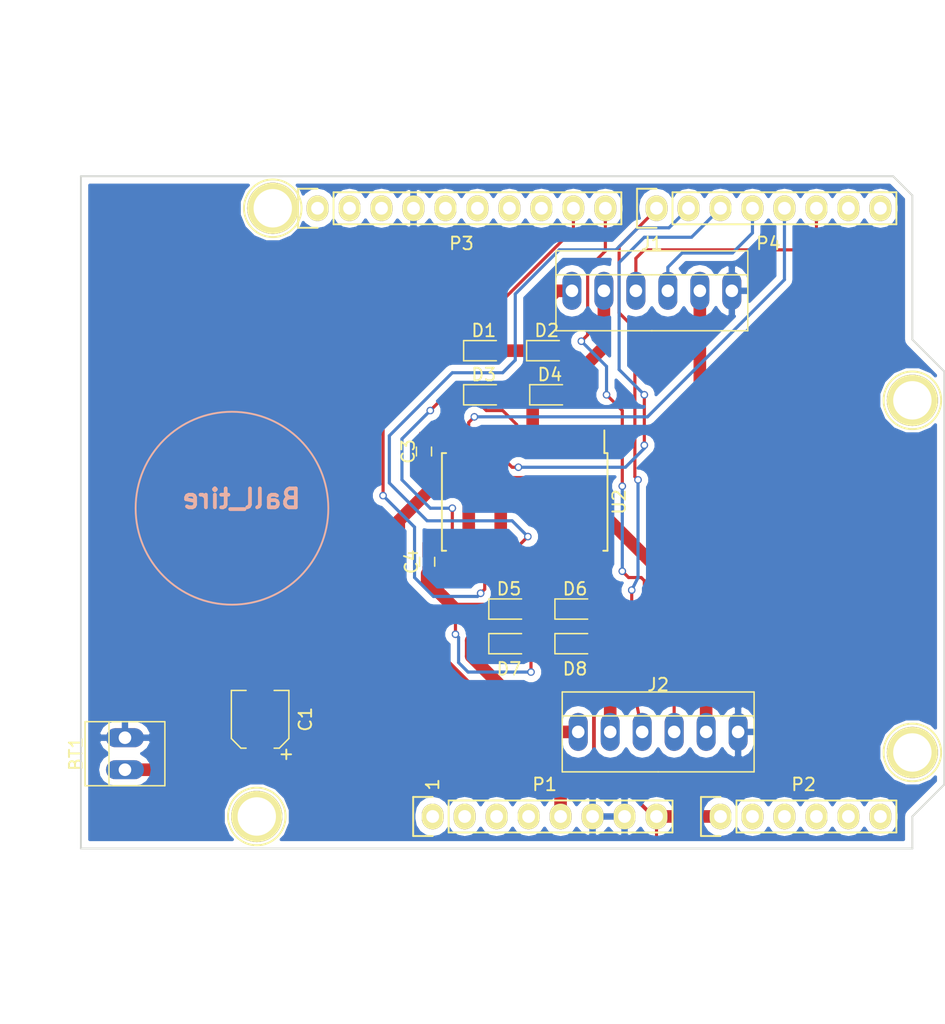
<source format=kicad_pcb>
(kicad_pcb (version 4) (host pcbnew 4.0.2-stable)

  (general
    (links 53)
    (no_connects 16)
    (area 110.922999 72.949999 179.653001 126.440001)
    (thickness 1.6)
    (drawings 53)
    (tracks 185)
    (zones 0)
    (modules 23)
    (nets 16)
  )

  (page A4)
  (title_block
    (date "lun. 30 mars 2015")
  )

  (layers
    (0 F.Cu signal)
    (31 B.Cu signal)
    (32 B.Adhes user)
    (33 F.Adhes user)
    (34 B.Paste user)
    (35 F.Paste user)
    (36 B.SilkS user)
    (37 F.SilkS user)
    (38 B.Mask user)
    (39 F.Mask user)
    (40 Dwgs.User user)
    (41 Cmts.User user)
    (42 Eco1.User user)
    (43 Eco2.User user)
    (44 Edge.Cuts user)
    (45 Margin user)
    (46 B.CrtYd user)
    (47 F.CrtYd user)
    (48 B.Fab user)
    (49 F.Fab user)
  )

  (setup
    (last_trace_width 1)
    (user_trace_width 0.25)
    (user_trace_width 0.3)
    (user_trace_width 0.35)
    (user_trace_width 0.4)
    (user_trace_width 0.45)
    (user_trace_width 0.5)
    (user_trace_width 0.75)
    (user_trace_width 1)
    (trace_clearance 0.2)
    (zone_clearance 0.508)
    (zone_45_only no)
    (trace_min 0.2)
    (segment_width 0.15)
    (edge_width 0.15)
    (via_size 0.6)
    (via_drill 0.4)
    (via_min_size 0.4)
    (via_min_drill 0.3)
    (uvia_size 0.3)
    (uvia_drill 0.1)
    (uvias_allowed no)
    (uvia_min_size 0.2)
    (uvia_min_drill 0.1)
    (pcb_text_width 0.3)
    (pcb_text_size 1.5 1.5)
    (mod_edge_width 0.15)
    (mod_text_size 1 1)
    (mod_text_width 0.15)
    (pad_size 4.064 4.064)
    (pad_drill 3.048)
    (pad_to_mask_clearance 0)
    (aux_axis_origin 110.998 126.365)
    (grid_origin 110.998 126.365)
    (visible_elements 7FFFFFFF)
    (pcbplotparams
      (layerselection 0x00030_80000001)
      (usegerberextensions false)
      (excludeedgelayer true)
      (linewidth 0.100000)
      (plotframeref false)
      (viasonmask false)
      (mode 1)
      (useauxorigin false)
      (hpglpennumber 1)
      (hpglpenspeed 20)
      (hpglpendiameter 15)
      (hpglpenoverlay 2)
      (psnegative false)
      (psa4output false)
      (plotreference true)
      (plotvalue true)
      (plotinvisibletext false)
      (padsonsilk false)
      (subtractmaskfromsilk false)
      (outputformat 1)
      (mirror false)
      (drillshape 0)
      (scaleselection 1)
      (outputdirectory ""))
  )

  (net 0 "")
  (net 1 GND)
  (net 2 /A0)
  (net 3 /7)
  (net 4 "/6(**)")
  (net 5 "/5(**)")
  (net 6 /4)
  (net 7 "/3(**)")
  (net 8 /2)
  (net 9 /5.0VCC)
  (net 10 /M1+)
  (net 11 /M1-)
  (net 12 /M2+)
  (net 13 /M2-)
  (net 14 "/9(**)")
  (net 15 /8)

  (net_class Default "This is the default net class."
    (clearance 0.2)
    (trace_width 0.25)
    (via_dia 0.6)
    (via_drill 0.4)
    (uvia_dia 0.3)
    (uvia_drill 0.1)
    (add_net /2)
    (add_net "/3(**)")
    (add_net /4)
    (add_net "/5(**)")
    (add_net /5.0VCC)
    (add_net "/6(**)")
    (add_net /7)
    (add_net /8)
    (add_net "/9(**)")
    (add_net /A0)
    (add_net /M1+)
    (add_net /M1-)
    (add_net /M2+)
    (add_net /M2-)
    (add_net GND)
  )

  (module Socket_Arduino_Uno:Socket_Strip_Arduino_1x08 locked (layer F.Cu) (tedit 552168D2) (tstamp 551AF9EA)
    (at 138.938 123.825)
    (descr "Through hole socket strip")
    (tags "socket strip")
    (path /56D70129)
    (fp_text reference P1 (at 8.89 -2.54) (layer F.SilkS)
      (effects (font (size 1 1) (thickness 0.15)))
    )
    (fp_text value Power (at 8.89 -4.064) (layer F.Fab)
      (effects (font (size 1 1) (thickness 0.15)))
    )
    (fp_line (start -1.75 -1.75) (end -1.75 1.75) (layer F.CrtYd) (width 0.05))
    (fp_line (start 19.55 -1.75) (end 19.55 1.75) (layer F.CrtYd) (width 0.05))
    (fp_line (start -1.75 -1.75) (end 19.55 -1.75) (layer F.CrtYd) (width 0.05))
    (fp_line (start -1.75 1.75) (end 19.55 1.75) (layer F.CrtYd) (width 0.05))
    (fp_line (start 1.27 1.27) (end 19.05 1.27) (layer F.SilkS) (width 0.15))
    (fp_line (start 19.05 1.27) (end 19.05 -1.27) (layer F.SilkS) (width 0.15))
    (fp_line (start 19.05 -1.27) (end 1.27 -1.27) (layer F.SilkS) (width 0.15))
    (fp_line (start -1.55 1.55) (end 0 1.55) (layer F.SilkS) (width 0.15))
    (fp_line (start 1.27 1.27) (end 1.27 -1.27) (layer F.SilkS) (width 0.15))
    (fp_line (start 0 -1.55) (end -1.55 -1.55) (layer F.SilkS) (width 0.15))
    (fp_line (start -1.55 -1.55) (end -1.55 1.55) (layer F.SilkS) (width 0.15))
    (pad 1 thru_hole oval (at 0 0) (size 1.7272 2.032) (drill 1.016) (layers *.Cu *.Mask F.SilkS))
    (pad 2 thru_hole oval (at 2.54 0) (size 1.7272 2.032) (drill 1.016) (layers *.Cu *.Mask F.SilkS))
    (pad 3 thru_hole oval (at 5.08 0) (size 1.7272 2.032) (drill 1.016) (layers *.Cu *.Mask F.SilkS))
    (pad 4 thru_hole oval (at 7.62 0) (size 1.7272 2.032) (drill 1.016) (layers *.Cu *.Mask F.SilkS))
    (pad 5 thru_hole oval (at 10.16 0) (size 1.7272 2.032) (drill 1.016) (layers *.Cu *.Mask F.SilkS)
      (net 9 /5.0VCC))
    (pad 6 thru_hole oval (at 12.7 0) (size 1.7272 2.032) (drill 1.016) (layers *.Cu *.Mask F.SilkS)
      (net 1 GND))
    (pad 7 thru_hole oval (at 15.24 0) (size 1.7272 2.032) (drill 1.016) (layers *.Cu *.Mask F.SilkS)
      (net 1 GND))
    (pad 8 thru_hole oval (at 17.78 0) (size 1.7272 2.032) (drill 1.016) (layers *.Cu *.Mask F.SilkS)
      (net 2 /A0))
    (model ${KIPRJMOD}/Socket_Arduino_Uno.3dshapes/Socket_header_Arduino_1x08.wrl
      (at (xyz 0.35 0 0))
      (scale (xyz 1 1 1))
      (rotate (xyz 0 0 180))
    )
  )

  (module Socket_Arduino_Uno:Socket_Strip_Arduino_1x06 locked (layer F.Cu) (tedit 552168D6) (tstamp 551AF9FF)
    (at 161.798 123.825)
    (descr "Through hole socket strip")
    (tags "socket strip")
    (path /56D70DD8)
    (fp_text reference P2 (at 6.604 -2.54) (layer F.SilkS)
      (effects (font (size 1 1) (thickness 0.15)))
    )
    (fp_text value Analog (at 6.604 -4.064) (layer F.Fab)
      (effects (font (size 1 1) (thickness 0.15)))
    )
    (fp_line (start -1.75 -1.75) (end -1.75 1.75) (layer F.CrtYd) (width 0.05))
    (fp_line (start 14.45 -1.75) (end 14.45 1.75) (layer F.CrtYd) (width 0.05))
    (fp_line (start -1.75 -1.75) (end 14.45 -1.75) (layer F.CrtYd) (width 0.05))
    (fp_line (start -1.75 1.75) (end 14.45 1.75) (layer F.CrtYd) (width 0.05))
    (fp_line (start 1.27 1.27) (end 13.97 1.27) (layer F.SilkS) (width 0.15))
    (fp_line (start 13.97 1.27) (end 13.97 -1.27) (layer F.SilkS) (width 0.15))
    (fp_line (start 13.97 -1.27) (end 1.27 -1.27) (layer F.SilkS) (width 0.15))
    (fp_line (start -1.55 1.55) (end 0 1.55) (layer F.SilkS) (width 0.15))
    (fp_line (start 1.27 1.27) (end 1.27 -1.27) (layer F.SilkS) (width 0.15))
    (fp_line (start 0 -1.55) (end -1.55 -1.55) (layer F.SilkS) (width 0.15))
    (fp_line (start -1.55 -1.55) (end -1.55 1.55) (layer F.SilkS) (width 0.15))
    (pad 1 thru_hole oval (at 0 0) (size 1.7272 2.032) (drill 1.016) (layers *.Cu *.Mask F.SilkS)
      (net 2 /A0))
    (pad 2 thru_hole oval (at 2.54 0) (size 1.7272 2.032) (drill 1.016) (layers *.Cu *.Mask F.SilkS))
    (pad 3 thru_hole oval (at 5.08 0) (size 1.7272 2.032) (drill 1.016) (layers *.Cu *.Mask F.SilkS))
    (pad 4 thru_hole oval (at 7.62 0) (size 1.7272 2.032) (drill 1.016) (layers *.Cu *.Mask F.SilkS))
    (pad 5 thru_hole oval (at 10.16 0) (size 1.7272 2.032) (drill 1.016) (layers *.Cu *.Mask F.SilkS))
    (pad 6 thru_hole oval (at 12.7 0) (size 1.7272 2.032) (drill 1.016) (layers *.Cu *.Mask F.SilkS))
    (model ${KIPRJMOD}/Socket_Arduino_Uno.3dshapes/Socket_header_Arduino_1x06.wrl
      (at (xyz 0.25 0 0))
      (scale (xyz 1 1 1))
      (rotate (xyz 0 0 180))
    )
  )

  (module Socket_Arduino_Uno:Socket_Strip_Arduino_1x10 locked (layer F.Cu) (tedit 552168BF) (tstamp 551AFA18)
    (at 129.794 75.565)
    (descr "Through hole socket strip")
    (tags "socket strip")
    (path /56D721E0)
    (fp_text reference P3 (at 11.43 2.794) (layer F.SilkS)
      (effects (font (size 1 1) (thickness 0.15)))
    )
    (fp_text value Digital (at 11.43 4.318) (layer F.Fab)
      (effects (font (size 1 1) (thickness 0.15)))
    )
    (fp_line (start -1.75 -1.75) (end -1.75 1.75) (layer F.CrtYd) (width 0.05))
    (fp_line (start 24.65 -1.75) (end 24.65 1.75) (layer F.CrtYd) (width 0.05))
    (fp_line (start -1.75 -1.75) (end 24.65 -1.75) (layer F.CrtYd) (width 0.05))
    (fp_line (start -1.75 1.75) (end 24.65 1.75) (layer F.CrtYd) (width 0.05))
    (fp_line (start 1.27 1.27) (end 24.13 1.27) (layer F.SilkS) (width 0.15))
    (fp_line (start 24.13 1.27) (end 24.13 -1.27) (layer F.SilkS) (width 0.15))
    (fp_line (start 24.13 -1.27) (end 1.27 -1.27) (layer F.SilkS) (width 0.15))
    (fp_line (start -1.55 1.55) (end 0 1.55) (layer F.SilkS) (width 0.15))
    (fp_line (start 1.27 1.27) (end 1.27 -1.27) (layer F.SilkS) (width 0.15))
    (fp_line (start 0 -1.55) (end -1.55 -1.55) (layer F.SilkS) (width 0.15))
    (fp_line (start -1.55 -1.55) (end -1.55 1.55) (layer F.SilkS) (width 0.15))
    (pad 1 thru_hole oval (at 0 0) (size 1.7272 2.032) (drill 1.016) (layers *.Cu *.Mask F.SilkS))
    (pad 2 thru_hole oval (at 2.54 0) (size 1.7272 2.032) (drill 1.016) (layers *.Cu *.Mask F.SilkS))
    (pad 3 thru_hole oval (at 5.08 0) (size 1.7272 2.032) (drill 1.016) (layers *.Cu *.Mask F.SilkS))
    (pad 4 thru_hole oval (at 7.62 0) (size 1.7272 2.032) (drill 1.016) (layers *.Cu *.Mask F.SilkS)
      (net 1 GND))
    (pad 5 thru_hole oval (at 10.16 0) (size 1.7272 2.032) (drill 1.016) (layers *.Cu *.Mask F.SilkS))
    (pad 6 thru_hole oval (at 12.7 0) (size 1.7272 2.032) (drill 1.016) (layers *.Cu *.Mask F.SilkS))
    (pad 7 thru_hole oval (at 15.24 0) (size 1.7272 2.032) (drill 1.016) (layers *.Cu *.Mask F.SilkS))
    (pad 8 thru_hole oval (at 17.78 0) (size 1.7272 2.032) (drill 1.016) (layers *.Cu *.Mask F.SilkS))
    (pad 9 thru_hole oval (at 20.32 0) (size 1.7272 2.032) (drill 1.016) (layers *.Cu *.Mask F.SilkS)
      (net 14 "/9(**)"))
    (pad 10 thru_hole oval (at 22.86 0) (size 1.7272 2.032) (drill 1.016) (layers *.Cu *.Mask F.SilkS)
      (net 15 /8))
    (model ${KIPRJMOD}/Socket_Arduino_Uno.3dshapes/Socket_header_Arduino_1x10.wrl
      (at (xyz 0.45 0 0))
      (scale (xyz 1 1 1))
      (rotate (xyz 0 0 180))
    )
  )

  (module Socket_Arduino_Uno:Socket_Strip_Arduino_1x08 locked (layer F.Cu) (tedit 552168C7) (tstamp 551AFA2F)
    (at 156.718 75.565)
    (descr "Through hole socket strip")
    (tags "socket strip")
    (path /56D7164F)
    (fp_text reference P4 (at 8.89 2.794) (layer F.SilkS)
      (effects (font (size 1 1) (thickness 0.15)))
    )
    (fp_text value Digital (at 8.89 4.318) (layer F.Fab)
      (effects (font (size 1 1) (thickness 0.15)))
    )
    (fp_line (start -1.75 -1.75) (end -1.75 1.75) (layer F.CrtYd) (width 0.05))
    (fp_line (start 19.55 -1.75) (end 19.55 1.75) (layer F.CrtYd) (width 0.05))
    (fp_line (start -1.75 -1.75) (end 19.55 -1.75) (layer F.CrtYd) (width 0.05))
    (fp_line (start -1.75 1.75) (end 19.55 1.75) (layer F.CrtYd) (width 0.05))
    (fp_line (start 1.27 1.27) (end 19.05 1.27) (layer F.SilkS) (width 0.15))
    (fp_line (start 19.05 1.27) (end 19.05 -1.27) (layer F.SilkS) (width 0.15))
    (fp_line (start 19.05 -1.27) (end 1.27 -1.27) (layer F.SilkS) (width 0.15))
    (fp_line (start -1.55 1.55) (end 0 1.55) (layer F.SilkS) (width 0.15))
    (fp_line (start 1.27 1.27) (end 1.27 -1.27) (layer F.SilkS) (width 0.15))
    (fp_line (start 0 -1.55) (end -1.55 -1.55) (layer F.SilkS) (width 0.15))
    (fp_line (start -1.55 -1.55) (end -1.55 1.55) (layer F.SilkS) (width 0.15))
    (pad 1 thru_hole oval (at 0 0) (size 1.7272 2.032) (drill 1.016) (layers *.Cu *.Mask F.SilkS)
      (net 3 /7))
    (pad 2 thru_hole oval (at 2.54 0) (size 1.7272 2.032) (drill 1.016) (layers *.Cu *.Mask F.SilkS)
      (net 4 "/6(**)"))
    (pad 3 thru_hole oval (at 5.08 0) (size 1.7272 2.032) (drill 1.016) (layers *.Cu *.Mask F.SilkS)
      (net 5 "/5(**)"))
    (pad 4 thru_hole oval (at 7.62 0) (size 1.7272 2.032) (drill 1.016) (layers *.Cu *.Mask F.SilkS)
      (net 6 /4))
    (pad 5 thru_hole oval (at 10.16 0) (size 1.7272 2.032) (drill 1.016) (layers *.Cu *.Mask F.SilkS)
      (net 7 "/3(**)"))
    (pad 6 thru_hole oval (at 12.7 0) (size 1.7272 2.032) (drill 1.016) (layers *.Cu *.Mask F.SilkS)
      (net 8 /2))
    (pad 7 thru_hole oval (at 15.24 0) (size 1.7272 2.032) (drill 1.016) (layers *.Cu *.Mask F.SilkS))
    (pad 8 thru_hole oval (at 17.78 0) (size 1.7272 2.032) (drill 1.016) (layers *.Cu *.Mask F.SilkS))
    (model ${KIPRJMOD}/Socket_Arduino_Uno.3dshapes/Socket_header_Arduino_1x08.wrl
      (at (xyz 0.35 0 0))
      (scale (xyz 1 1 1))
      (rotate (xyz 0 0 180))
    )
  )

  (module Socket_Arduino_Uno:Arduino_1pin locked (layer F.Cu) (tedit 5524FC39) (tstamp 5524FC3F)
    (at 124.968 123.825)
    (descr "module 1 pin (ou trou mecanique de percage)")
    (tags DEV)
    (path /56D71177)
    (fp_text reference P5 (at 0 -3.048) (layer F.SilkS) hide
      (effects (font (size 1 1) (thickness 0.15)))
    )
    (fp_text value CONN_01X01 (at 0 2.794) (layer F.Fab) hide
      (effects (font (size 1 1) (thickness 0.15)))
    )
    (fp_circle (center 0 0) (end 0 -2.286) (layer F.SilkS) (width 0.15))
    (pad 1 thru_hole circle (at 0 0) (size 4.064 4.064) (drill 3.048) (layers *.Cu *.Mask F.SilkS))
  )

  (module Socket_Arduino_Uno:Arduino_1pin locked (layer F.Cu) (tedit 5524FC4A) (tstamp 5524FC44)
    (at 177.038 118.745)
    (descr "module 1 pin (ou trou mecanique de percage)")
    (tags DEV)
    (path /56D71274)
    (fp_text reference P6 (at 0 -3.048) (layer F.SilkS) hide
      (effects (font (size 1 1) (thickness 0.15)))
    )
    (fp_text value CONN_01X01 (at 0 2.794) (layer F.Fab) hide
      (effects (font (size 1 1) (thickness 0.15)))
    )
    (fp_circle (center 0 0) (end 0 -2.286) (layer F.SilkS) (width 0.15))
    (pad 1 thru_hole circle (at 0 0) (size 4.064 4.064) (drill 3.048) (layers *.Cu *.Mask F.SilkS))
  )

  (module Socket_Arduino_Uno:Arduino_1pin locked (layer F.Cu) (tedit 5524FC2F) (tstamp 5524FC49)
    (at 126.238 75.565)
    (descr "module 1 pin (ou trou mecanique de percage)")
    (tags DEV)
    (path /56D712A8)
    (fp_text reference P7 (at 0 -3.048) (layer F.SilkS) hide
      (effects (font (size 1 1) (thickness 0.15)))
    )
    (fp_text value CONN_01X01 (at 0 2.794) (layer F.Fab) hide
      (effects (font (size 1 1) (thickness 0.15)))
    )
    (fp_circle (center 0 0) (end 0 -2.286) (layer F.SilkS) (width 0.15))
    (pad 1 thru_hole circle (at 0 0) (size 4.064 4.064) (drill 3.048) (layers *.Cu *.Mask F.SilkS))
  )

  (module Socket_Arduino_Uno:Arduino_1pin locked (layer F.Cu) (tedit 5524FC41) (tstamp 5524FC4E)
    (at 177.038 90.805)
    (descr "module 1 pin (ou trou mecanique de percage)")
    (tags DEV)
    (path /56D712DB)
    (fp_text reference P8 (at 0 -3.048) (layer F.SilkS) hide
      (effects (font (size 1 1) (thickness 0.15)))
    )
    (fp_text value CONN_01X01 (at 0 2.794) (layer F.Fab) hide
      (effects (font (size 1 1) (thickness 0.15)))
    )
    (fp_circle (center 0 0) (end 0 -2.286) (layer F.SilkS) (width 0.15))
    (pad 1 thru_hole circle (at 0 0) (size 4.064 4.064) (drill 3.048) (layers *.Cu *.Mask F.SilkS))
  )

  (module Connect:PINHEAD1-2 (layer F.Cu) (tedit 0) (tstamp 5973EE61)
    (at 114.498 120.115 90)
    (path /5973E965)
    (fp_text reference BT1 (at 1.27 -3.9 90) (layer F.SilkS)
      (effects (font (size 1 1) (thickness 0.15)))
    )
    (fp_text value Battery (at 1.27 3.81 90) (layer F.Fab)
      (effects (font (size 1 1) (thickness 0.15)))
    )
    (fp_line (start 3.81 -1.27) (end -1.27 -1.27) (layer F.SilkS) (width 0.12))
    (fp_line (start 3.81 3.17) (end -1.27 3.17) (layer F.SilkS) (width 0.12))
    (fp_line (start -1.27 -3.17) (end 3.81 -3.17) (layer F.SilkS) (width 0.12))
    (fp_line (start -1.27 -3.17) (end -1.27 3.17) (layer F.SilkS) (width 0.12))
    (fp_line (start 3.81 -3.17) (end 3.81 3.17) (layer F.SilkS) (width 0.12))
    (fp_line (start -1.52 -3.42) (end 4.06 -3.42) (layer F.CrtYd) (width 0.05))
    (fp_line (start -1.52 -3.42) (end -1.52 3.42) (layer F.CrtYd) (width 0.05))
    (fp_line (start 4.06 3.42) (end 4.06 -3.42) (layer F.CrtYd) (width 0.05))
    (fp_line (start 4.06 3.42) (end -1.52 3.42) (layer F.CrtYd) (width 0.05))
    (pad 1 thru_hole oval (at 0 0 90) (size 1.51 3.01) (drill 1) (layers *.Cu *.Mask)
      (net 2 /A0))
    (pad 2 thru_hole oval (at 2.54 0 90) (size 1.51 3.01) (drill 1) (layers *.Cu *.Mask)
      (net 1 GND))
  )

  (module Capacitors_SMD:CP_Elec_4x4.5 (layer F.Cu) (tedit 58AA85E3) (tstamp 5973EE67)
    (at 125.248 116.115 90)
    (descr "SMT capacitor, aluminium electrolytic, 4x4.5")
    (path /597403DF)
    (attr smd)
    (fp_text reference C1 (at 0 3.58 270) (layer F.SilkS)
      (effects (font (size 1 1) (thickness 0.15)))
    )
    (fp_text value 10uF (at 0 -3.45 270) (layer F.Fab)
      (effects (font (size 1 1) (thickness 0.15)))
    )
    (fp_circle (center 0 0) (end 0.1 2.1) (layer F.Fab) (width 0.1))
    (fp_text user + (at -1.24 -0.08 90) (layer F.Fab)
      (effects (font (size 1 1) (thickness 0.15)))
    )
    (fp_text user + (at -2.78 1.99 270) (layer F.SilkS)
      (effects (font (size 1 1) (thickness 0.15)))
    )
    (fp_text user %R (at 0 3.58 270) (layer F.Fab)
      (effects (font (size 1 1) (thickness 0.15)))
    )
    (fp_line (start 2.13 2.12) (end 2.13 -2.15) (layer F.Fab) (width 0.1))
    (fp_line (start -1.46 2.12) (end 2.13 2.12) (layer F.Fab) (width 0.1))
    (fp_line (start -2.13 1.45) (end -1.46 2.12) (layer F.Fab) (width 0.1))
    (fp_line (start -2.13 -1.47) (end -2.13 1.45) (layer F.Fab) (width 0.1))
    (fp_line (start -1.46 -2.15) (end -2.13 -1.47) (layer F.Fab) (width 0.1))
    (fp_line (start 2.13 -2.15) (end -1.46 -2.15) (layer F.Fab) (width 0.1))
    (fp_line (start 2.29 -2.3) (end 2.29 -1.13) (layer F.SilkS) (width 0.12))
    (fp_line (start 2.29 2.27) (end 2.29 1.1) (layer F.SilkS) (width 0.12))
    (fp_line (start -2.29 1.51) (end -2.29 1.1) (layer F.SilkS) (width 0.12))
    (fp_line (start -2.29 -1.54) (end -2.29 -1.13) (layer F.SilkS) (width 0.12))
    (fp_line (start -1.52 -2.3) (end 2.29 -2.3) (layer F.SilkS) (width 0.12))
    (fp_line (start -1.52 -2.3) (end -2.29 -1.54) (layer F.SilkS) (width 0.12))
    (fp_line (start -1.52 2.27) (end 2.29 2.27) (layer F.SilkS) (width 0.12))
    (fp_line (start -1.52 2.27) (end -2.29 1.51) (layer F.SilkS) (width 0.12))
    (fp_line (start -3.35 -2.4) (end 3.35 -2.4) (layer F.CrtYd) (width 0.05))
    (fp_line (start -3.35 -2.4) (end -3.35 2.37) (layer F.CrtYd) (width 0.05))
    (fp_line (start 3.35 2.37) (end 3.35 -2.4) (layer F.CrtYd) (width 0.05))
    (fp_line (start 3.35 2.37) (end -3.35 2.37) (layer F.CrtYd) (width 0.05))
    (pad 1 smd rect (at -1.8 0 270) (size 2.6 1.6) (layers F.Cu F.Paste F.Mask)
      (net 2 /A0))
    (pad 2 smd rect (at 1.8 0 270) (size 2.6 1.6) (layers F.Cu F.Paste F.Mask)
      (net 1 GND))
    (model Capacitors_SMD.3dshapes/CP_Elec_4x4.5.wrl
      (at (xyz 0 0 0))
      (scale (xyz 1 1 1))
      (rotate (xyz 0 0 180))
    )
  )

  (module Capacitors_SMD:C_0603_HandSoldering (layer F.Cu) (tedit 58AA848B) (tstamp 5973EE73)
    (at 138.248 94.865 90)
    (descr "Capacitor SMD 0603, hand soldering")
    (tags "capacitor 0603")
    (path /5973FA26)
    (attr smd)
    (fp_text reference C3 (at 0 -1.25 90) (layer F.SilkS)
      (effects (font (size 1 1) (thickness 0.15)))
    )
    (fp_text value 100nF (at 0 1.5 90) (layer F.Fab)
      (effects (font (size 1 1) (thickness 0.15)))
    )
    (fp_text user %R (at 0 -1.25 90) (layer F.Fab)
      (effects (font (size 1 1) (thickness 0.15)))
    )
    (fp_line (start -0.8 0.4) (end -0.8 -0.4) (layer F.Fab) (width 0.1))
    (fp_line (start 0.8 0.4) (end -0.8 0.4) (layer F.Fab) (width 0.1))
    (fp_line (start 0.8 -0.4) (end 0.8 0.4) (layer F.Fab) (width 0.1))
    (fp_line (start -0.8 -0.4) (end 0.8 -0.4) (layer F.Fab) (width 0.1))
    (fp_line (start -0.35 -0.6) (end 0.35 -0.6) (layer F.SilkS) (width 0.12))
    (fp_line (start 0.35 0.6) (end -0.35 0.6) (layer F.SilkS) (width 0.12))
    (fp_line (start -1.8 -0.65) (end 1.8 -0.65) (layer F.CrtYd) (width 0.05))
    (fp_line (start -1.8 -0.65) (end -1.8 0.65) (layer F.CrtYd) (width 0.05))
    (fp_line (start 1.8 0.65) (end 1.8 -0.65) (layer F.CrtYd) (width 0.05))
    (fp_line (start 1.8 0.65) (end -1.8 0.65) (layer F.CrtYd) (width 0.05))
    (pad 1 smd rect (at -0.95 0 90) (size 1.2 0.75) (layers F.Cu F.Paste F.Mask)
      (net 9 /5.0VCC))
    (pad 2 smd rect (at 0.95 0 90) (size 1.2 0.75) (layers F.Cu F.Paste F.Mask)
      (net 1 GND))
    (model Capacitors_SMD.3dshapes/C_0603.wrl
      (at (xyz 0 0 0))
      (scale (xyz 1 1 1))
      (rotate (xyz 0 0 0))
    )
  )

  (module Capacitors_SMD:C_0603_HandSoldering (layer F.Cu) (tedit 58AA848B) (tstamp 5973EE79)
    (at 138.498 103.615 90)
    (descr "Capacitor SMD 0603, hand soldering")
    (tags "capacitor 0603")
    (path /5973FAAD)
    (attr smd)
    (fp_text reference C4 (at 0 -1.25 90) (layer F.SilkS)
      (effects (font (size 1 1) (thickness 0.15)))
    )
    (fp_text value 100nF (at 0 1.5 90) (layer F.Fab)
      (effects (font (size 1 1) (thickness 0.15)))
    )
    (fp_text user %R (at 0 -1.25 90) (layer F.Fab)
      (effects (font (size 1 1) (thickness 0.15)))
    )
    (fp_line (start -0.8 0.4) (end -0.8 -0.4) (layer F.Fab) (width 0.1))
    (fp_line (start 0.8 0.4) (end -0.8 0.4) (layer F.Fab) (width 0.1))
    (fp_line (start 0.8 -0.4) (end 0.8 0.4) (layer F.Fab) (width 0.1))
    (fp_line (start -0.8 -0.4) (end 0.8 -0.4) (layer F.Fab) (width 0.1))
    (fp_line (start -0.35 -0.6) (end 0.35 -0.6) (layer F.SilkS) (width 0.12))
    (fp_line (start 0.35 0.6) (end -0.35 0.6) (layer F.SilkS) (width 0.12))
    (fp_line (start -1.8 -0.65) (end 1.8 -0.65) (layer F.CrtYd) (width 0.05))
    (fp_line (start -1.8 -0.65) (end -1.8 0.65) (layer F.CrtYd) (width 0.05))
    (fp_line (start 1.8 0.65) (end 1.8 -0.65) (layer F.CrtYd) (width 0.05))
    (fp_line (start 1.8 0.65) (end -1.8 0.65) (layer F.CrtYd) (width 0.05))
    (pad 1 smd rect (at -0.95 0 90) (size 1.2 0.75) (layers F.Cu F.Paste F.Mask)
      (net 2 /A0))
    (pad 2 smd rect (at 0.95 0 90) (size 1.2 0.75) (layers F.Cu F.Paste F.Mask)
      (net 1 GND))
    (model Capacitors_SMD.3dshapes/C_0603.wrl
      (at (xyz 0 0 0))
      (scale (xyz 1 1 1))
      (rotate (xyz 0 0 0))
    )
  )

  (module Diodes_SMD:D_0805 (layer F.Cu) (tedit 5975228D) (tstamp 5973EE85)
    (at 142.998 86.865)
    (descr "Diode SMD in 0805 package http://datasheets.avx.com/schottky.pdf")
    (tags "smd diode")
    (path /59742ABE)
    (attr smd)
    (fp_text reference D1 (at 0 -1.6) (layer F.SilkS)
      (effects (font (size 1 1) (thickness 0.15)))
    )
    (fp_text value D (at -2.25 0) (layer F.Fab)
      (effects (font (size 1 1) (thickness 0.15)))
    )
    (fp_text user %R (at 0 -1.6) (layer F.Fab)
      (effects (font (size 1 1) (thickness 0.15)))
    )
    (fp_line (start -1.6 -0.8) (end -1.6 0.8) (layer F.SilkS) (width 0.12))
    (fp_line (start -1.7 0.88) (end -1.7 -0.88) (layer F.CrtYd) (width 0.05))
    (fp_line (start 1.7 0.88) (end -1.7 0.88) (layer F.CrtYd) (width 0.05))
    (fp_line (start 1.7 -0.88) (end 1.7 0.88) (layer F.CrtYd) (width 0.05))
    (fp_line (start -1.7 -0.88) (end 1.7 -0.88) (layer F.CrtYd) (width 0.05))
    (fp_line (start 0.2 0) (end 0.4 0) (layer F.Fab) (width 0.1))
    (fp_line (start -0.1 0) (end -0.3 0) (layer F.Fab) (width 0.1))
    (fp_line (start -0.1 -0.2) (end -0.1 0.2) (layer F.Fab) (width 0.1))
    (fp_line (start 0.2 0.2) (end 0.2 -0.2) (layer F.Fab) (width 0.1))
    (fp_line (start -0.1 0) (end 0.2 0.2) (layer F.Fab) (width 0.1))
    (fp_line (start 0.2 -0.2) (end -0.1 0) (layer F.Fab) (width 0.1))
    (fp_line (start -1 0.65) (end -1 -0.65) (layer F.Fab) (width 0.1))
    (fp_line (start 1 0.65) (end -1 0.65) (layer F.Fab) (width 0.1))
    (fp_line (start 1 -0.65) (end 1 0.65) (layer F.Fab) (width 0.1))
    (fp_line (start -1 -0.65) (end 1 -0.65) (layer F.Fab) (width 0.1))
    (fp_line (start -1.6 0.8) (end 1 0.8) (layer F.SilkS) (width 0.12))
    (fp_line (start -1.6 -0.8) (end 1 -0.8) (layer F.SilkS) (width 0.12))
    (pad 1 smd rect (at -1.05 0) (size 0.8 0.9) (layers F.Cu F.Paste F.Mask)
      (net 2 /A0))
    (pad 2 smd rect (at 1.05 0) (size 0.8 0.9) (layers F.Cu F.Paste F.Mask)
      (net 10 /M1+))
    (model ${KISYS3DMOD}/Diodes_SMD.3dshapes/D_0805.wrl
      (at (xyz 0 0 0))
      (scale (xyz 1 1 1))
      (rotate (xyz 0 0 0))
    )
  )

  (module Diodes_SMD:D_0805 (layer F.Cu) (tedit 59752292) (tstamp 5973EE8B)
    (at 147.998 86.865)
    (descr "Diode SMD in 0805 package http://datasheets.avx.com/schottky.pdf")
    (tags "smd diode")
    (path /5974301A)
    (attr smd)
    (fp_text reference D2 (at 0 -1.6) (layer F.SilkS)
      (effects (font (size 1 1) (thickness 0.15)))
    )
    (fp_text value D (at -2.25 0) (layer F.Fab)
      (effects (font (size 1 1) (thickness 0.15)))
    )
    (fp_text user %R (at 0 -1.6) (layer F.Fab)
      (effects (font (size 1 1) (thickness 0.15)))
    )
    (fp_line (start -1.6 -0.8) (end -1.6 0.8) (layer F.SilkS) (width 0.12))
    (fp_line (start -1.7 0.88) (end -1.7 -0.88) (layer F.CrtYd) (width 0.05))
    (fp_line (start 1.7 0.88) (end -1.7 0.88) (layer F.CrtYd) (width 0.05))
    (fp_line (start 1.7 -0.88) (end 1.7 0.88) (layer F.CrtYd) (width 0.05))
    (fp_line (start -1.7 -0.88) (end 1.7 -0.88) (layer F.CrtYd) (width 0.05))
    (fp_line (start 0.2 0) (end 0.4 0) (layer F.Fab) (width 0.1))
    (fp_line (start -0.1 0) (end -0.3 0) (layer F.Fab) (width 0.1))
    (fp_line (start -0.1 -0.2) (end -0.1 0.2) (layer F.Fab) (width 0.1))
    (fp_line (start 0.2 0.2) (end 0.2 -0.2) (layer F.Fab) (width 0.1))
    (fp_line (start -0.1 0) (end 0.2 0.2) (layer F.Fab) (width 0.1))
    (fp_line (start 0.2 -0.2) (end -0.1 0) (layer F.Fab) (width 0.1))
    (fp_line (start -1 0.65) (end -1 -0.65) (layer F.Fab) (width 0.1))
    (fp_line (start 1 0.65) (end -1 0.65) (layer F.Fab) (width 0.1))
    (fp_line (start 1 -0.65) (end 1 0.65) (layer F.Fab) (width 0.1))
    (fp_line (start -1 -0.65) (end 1 -0.65) (layer F.Fab) (width 0.1))
    (fp_line (start -1.6 0.8) (end 1 0.8) (layer F.SilkS) (width 0.12))
    (fp_line (start -1.6 -0.8) (end 1 -0.8) (layer F.SilkS) (width 0.12))
    (pad 1 smd rect (at -1.05 0) (size 0.8 0.9) (layers F.Cu F.Paste F.Mask)
      (net 10 /M1+))
    (pad 2 smd rect (at 1.05 0) (size 0.8 0.9) (layers F.Cu F.Paste F.Mask)
      (net 1 GND))
    (model ${KISYS3DMOD}/Diodes_SMD.3dshapes/D_0805.wrl
      (at (xyz 0 0 0))
      (scale (xyz 1 1 1))
      (rotate (xyz 0 0 0))
    )
  )

  (module Diodes_SMD:D_0805 (layer F.Cu) (tedit 59752290) (tstamp 5973EE91)
    (at 142.998 90.365)
    (descr "Diode SMD in 0805 package http://datasheets.avx.com/schottky.pdf")
    (tags "smd diode")
    (path /59742B41)
    (attr smd)
    (fp_text reference D3 (at 0 -1.6) (layer F.SilkS)
      (effects (font (size 1 1) (thickness 0.15)))
    )
    (fp_text value D (at -2.25 0) (layer F.Fab)
      (effects (font (size 1 1) (thickness 0.15)))
    )
    (fp_text user %R (at 0 -1.6) (layer F.Fab)
      (effects (font (size 1 1) (thickness 0.15)))
    )
    (fp_line (start -1.6 -0.8) (end -1.6 0.8) (layer F.SilkS) (width 0.12))
    (fp_line (start -1.7 0.88) (end -1.7 -0.88) (layer F.CrtYd) (width 0.05))
    (fp_line (start 1.7 0.88) (end -1.7 0.88) (layer F.CrtYd) (width 0.05))
    (fp_line (start 1.7 -0.88) (end 1.7 0.88) (layer F.CrtYd) (width 0.05))
    (fp_line (start -1.7 -0.88) (end 1.7 -0.88) (layer F.CrtYd) (width 0.05))
    (fp_line (start 0.2 0) (end 0.4 0) (layer F.Fab) (width 0.1))
    (fp_line (start -0.1 0) (end -0.3 0) (layer F.Fab) (width 0.1))
    (fp_line (start -0.1 -0.2) (end -0.1 0.2) (layer F.Fab) (width 0.1))
    (fp_line (start 0.2 0.2) (end 0.2 -0.2) (layer F.Fab) (width 0.1))
    (fp_line (start -0.1 0) (end 0.2 0.2) (layer F.Fab) (width 0.1))
    (fp_line (start 0.2 -0.2) (end -0.1 0) (layer F.Fab) (width 0.1))
    (fp_line (start -1 0.65) (end -1 -0.65) (layer F.Fab) (width 0.1))
    (fp_line (start 1 0.65) (end -1 0.65) (layer F.Fab) (width 0.1))
    (fp_line (start 1 -0.65) (end 1 0.65) (layer F.Fab) (width 0.1))
    (fp_line (start -1 -0.65) (end 1 -0.65) (layer F.Fab) (width 0.1))
    (fp_line (start -1.6 0.8) (end 1 0.8) (layer F.SilkS) (width 0.12))
    (fp_line (start -1.6 -0.8) (end 1 -0.8) (layer F.SilkS) (width 0.12))
    (pad 1 smd rect (at -1.05 0) (size 0.8 0.9) (layers F.Cu F.Paste F.Mask)
      (net 2 /A0))
    (pad 2 smd rect (at 1.05 0) (size 0.8 0.9) (layers F.Cu F.Paste F.Mask)
      (net 11 /M1-))
    (model ${KISYS3DMOD}/Diodes_SMD.3dshapes/D_0805.wrl
      (at (xyz 0 0 0))
      (scale (xyz 1 1 1))
      (rotate (xyz 0 0 0))
    )
  )

  (module Diodes_SMD:D_0805 (layer F.Cu) (tedit 59752294) (tstamp 5973EE97)
    (at 148.248 90.365)
    (descr "Diode SMD in 0805 package http://datasheets.avx.com/schottky.pdf")
    (tags "smd diode")
    (path /5974308A)
    (attr smd)
    (fp_text reference D4 (at 0 -1.6) (layer F.SilkS)
      (effects (font (size 1 1) (thickness 0.15)))
    )
    (fp_text value D (at -2.25 0) (layer F.Fab)
      (effects (font (size 1 1) (thickness 0.15)))
    )
    (fp_text user %R (at 0 -1.6) (layer F.Fab)
      (effects (font (size 1 1) (thickness 0.15)))
    )
    (fp_line (start -1.6 -0.8) (end -1.6 0.8) (layer F.SilkS) (width 0.12))
    (fp_line (start -1.7 0.88) (end -1.7 -0.88) (layer F.CrtYd) (width 0.05))
    (fp_line (start 1.7 0.88) (end -1.7 0.88) (layer F.CrtYd) (width 0.05))
    (fp_line (start 1.7 -0.88) (end 1.7 0.88) (layer F.CrtYd) (width 0.05))
    (fp_line (start -1.7 -0.88) (end 1.7 -0.88) (layer F.CrtYd) (width 0.05))
    (fp_line (start 0.2 0) (end 0.4 0) (layer F.Fab) (width 0.1))
    (fp_line (start -0.1 0) (end -0.3 0) (layer F.Fab) (width 0.1))
    (fp_line (start -0.1 -0.2) (end -0.1 0.2) (layer F.Fab) (width 0.1))
    (fp_line (start 0.2 0.2) (end 0.2 -0.2) (layer F.Fab) (width 0.1))
    (fp_line (start -0.1 0) (end 0.2 0.2) (layer F.Fab) (width 0.1))
    (fp_line (start 0.2 -0.2) (end -0.1 0) (layer F.Fab) (width 0.1))
    (fp_line (start -1 0.65) (end -1 -0.65) (layer F.Fab) (width 0.1))
    (fp_line (start 1 0.65) (end -1 0.65) (layer F.Fab) (width 0.1))
    (fp_line (start 1 -0.65) (end 1 0.65) (layer F.Fab) (width 0.1))
    (fp_line (start -1 -0.65) (end 1 -0.65) (layer F.Fab) (width 0.1))
    (fp_line (start -1.6 0.8) (end 1 0.8) (layer F.SilkS) (width 0.12))
    (fp_line (start -1.6 -0.8) (end 1 -0.8) (layer F.SilkS) (width 0.12))
    (pad 1 smd rect (at -1.05 0) (size 0.8 0.9) (layers F.Cu F.Paste F.Mask)
      (net 11 /M1-))
    (pad 2 smd rect (at 1.05 0) (size 0.8 0.9) (layers F.Cu F.Paste F.Mask)
      (net 1 GND))
    (model ${KISYS3DMOD}/Diodes_SMD.3dshapes/D_0805.wrl
      (at (xyz 0 0 0))
      (scale (xyz 1 1 1))
      (rotate (xyz 0 0 0))
    )
  )

  (module Diodes_SMD:D_0805 (layer F.Cu) (tedit 59752206) (tstamp 5973EE9D)
    (at 144.998 107.365)
    (descr "Diode SMD in 0805 package http://datasheets.avx.com/schottky.pdf")
    (tags "smd diode")
    (path /59742B9D)
    (attr smd)
    (fp_text reference D5 (at 0 -1.6) (layer F.SilkS)
      (effects (font (size 1 1) (thickness 0.15)))
    )
    (fp_text value D (at -2.25 0.25) (layer F.Fab)
      (effects (font (size 1 1) (thickness 0.15)))
    )
    (fp_text user %R (at 0 -1.6) (layer F.Fab)
      (effects (font (size 1 1) (thickness 0.15)))
    )
    (fp_line (start -1.6 -0.8) (end -1.6 0.8) (layer F.SilkS) (width 0.12))
    (fp_line (start -1.7 0.88) (end -1.7 -0.88) (layer F.CrtYd) (width 0.05))
    (fp_line (start 1.7 0.88) (end -1.7 0.88) (layer F.CrtYd) (width 0.05))
    (fp_line (start 1.7 -0.88) (end 1.7 0.88) (layer F.CrtYd) (width 0.05))
    (fp_line (start -1.7 -0.88) (end 1.7 -0.88) (layer F.CrtYd) (width 0.05))
    (fp_line (start 0.2 0) (end 0.4 0) (layer F.Fab) (width 0.1))
    (fp_line (start -0.1 0) (end -0.3 0) (layer F.Fab) (width 0.1))
    (fp_line (start -0.1 -0.2) (end -0.1 0.2) (layer F.Fab) (width 0.1))
    (fp_line (start 0.2 0.2) (end 0.2 -0.2) (layer F.Fab) (width 0.1))
    (fp_line (start -0.1 0) (end 0.2 0.2) (layer F.Fab) (width 0.1))
    (fp_line (start 0.2 -0.2) (end -0.1 0) (layer F.Fab) (width 0.1))
    (fp_line (start -1 0.65) (end -1 -0.65) (layer F.Fab) (width 0.1))
    (fp_line (start 1 0.65) (end -1 0.65) (layer F.Fab) (width 0.1))
    (fp_line (start 1 -0.65) (end 1 0.65) (layer F.Fab) (width 0.1))
    (fp_line (start -1 -0.65) (end 1 -0.65) (layer F.Fab) (width 0.1))
    (fp_line (start -1.6 0.8) (end 1 0.8) (layer F.SilkS) (width 0.12))
    (fp_line (start -1.6 -0.8) (end 1 -0.8) (layer F.SilkS) (width 0.12))
    (pad 1 smd rect (at -1.05 0) (size 0.8 0.9) (layers F.Cu F.Paste F.Mask)
      (net 2 /A0))
    (pad 2 smd rect (at 1.05 0) (size 0.8 0.9) (layers F.Cu F.Paste F.Mask)
      (net 12 /M2+))
    (model ${KISYS3DMOD}/Diodes_SMD.3dshapes/D_0805.wrl
      (at (xyz 0 0 0))
      (scale (xyz 1 1 1))
      (rotate (xyz 0 0 0))
    )
  )

  (module Diodes_SMD:D_0805 (layer F.Cu) (tedit 59752216) (tstamp 5973EEA3)
    (at 150.248 107.365)
    (descr "Diode SMD in 0805 package http://datasheets.avx.com/schottky.pdf")
    (tags "smd diode")
    (path /597430DB)
    (attr smd)
    (fp_text reference D6 (at 0 -1.6) (layer F.SilkS)
      (effects (font (size 1 1) (thickness 0.15)))
    )
    (fp_text value D (at -2.25 0.25) (layer F.Fab)
      (effects (font (size 1 1) (thickness 0.15)))
    )
    (fp_text user %R (at 0 -1.6) (layer F.Fab)
      (effects (font (size 1 1) (thickness 0.15)))
    )
    (fp_line (start -1.6 -0.8) (end -1.6 0.8) (layer F.SilkS) (width 0.12))
    (fp_line (start -1.7 0.88) (end -1.7 -0.88) (layer F.CrtYd) (width 0.05))
    (fp_line (start 1.7 0.88) (end -1.7 0.88) (layer F.CrtYd) (width 0.05))
    (fp_line (start 1.7 -0.88) (end 1.7 0.88) (layer F.CrtYd) (width 0.05))
    (fp_line (start -1.7 -0.88) (end 1.7 -0.88) (layer F.CrtYd) (width 0.05))
    (fp_line (start 0.2 0) (end 0.4 0) (layer F.Fab) (width 0.1))
    (fp_line (start -0.1 0) (end -0.3 0) (layer F.Fab) (width 0.1))
    (fp_line (start -0.1 -0.2) (end -0.1 0.2) (layer F.Fab) (width 0.1))
    (fp_line (start 0.2 0.2) (end 0.2 -0.2) (layer F.Fab) (width 0.1))
    (fp_line (start -0.1 0) (end 0.2 0.2) (layer F.Fab) (width 0.1))
    (fp_line (start 0.2 -0.2) (end -0.1 0) (layer F.Fab) (width 0.1))
    (fp_line (start -1 0.65) (end -1 -0.65) (layer F.Fab) (width 0.1))
    (fp_line (start 1 0.65) (end -1 0.65) (layer F.Fab) (width 0.1))
    (fp_line (start 1 -0.65) (end 1 0.65) (layer F.Fab) (width 0.1))
    (fp_line (start -1 -0.65) (end 1 -0.65) (layer F.Fab) (width 0.1))
    (fp_line (start -1.6 0.8) (end 1 0.8) (layer F.SilkS) (width 0.12))
    (fp_line (start -1.6 -0.8) (end 1 -0.8) (layer F.SilkS) (width 0.12))
    (pad 1 smd rect (at -1.05 0) (size 0.8 0.9) (layers F.Cu F.Paste F.Mask)
      (net 12 /M2+))
    (pad 2 smd rect (at 1.05 0) (size 0.8 0.9) (layers F.Cu F.Paste F.Mask)
      (net 1 GND))
    (model ${KISYS3DMOD}/Diodes_SMD.3dshapes/D_0805.wrl
      (at (xyz 0 0 0))
      (scale (xyz 1 1 1))
      (rotate (xyz 0 0 0))
    )
  )

  (module Diodes_SMD:D_0805 (layer F.Cu) (tedit 59752224) (tstamp 5973EEA9)
    (at 144.998 110.115)
    (descr "Diode SMD in 0805 package http://datasheets.avx.com/schottky.pdf")
    (tags "smd diode")
    (path /59742BE9)
    (attr smd)
    (fp_text reference D7 (at 0 2) (layer F.SilkS)
      (effects (font (size 1 1) (thickness 0.15)))
    )
    (fp_text value D (at -2.25 0) (layer F.Fab)
      (effects (font (size 1 1) (thickness 0.15)))
    )
    (fp_text user %R (at 0 2) (layer F.Fab)
      (effects (font (size 1 1) (thickness 0.15)))
    )
    (fp_line (start -1.6 -0.8) (end -1.6 0.8) (layer F.SilkS) (width 0.12))
    (fp_line (start -1.7 0.88) (end -1.7 -0.88) (layer F.CrtYd) (width 0.05))
    (fp_line (start 1.7 0.88) (end -1.7 0.88) (layer F.CrtYd) (width 0.05))
    (fp_line (start 1.7 -0.88) (end 1.7 0.88) (layer F.CrtYd) (width 0.05))
    (fp_line (start -1.7 -0.88) (end 1.7 -0.88) (layer F.CrtYd) (width 0.05))
    (fp_line (start 0.2 0) (end 0.4 0) (layer F.Fab) (width 0.1))
    (fp_line (start -0.1 0) (end -0.3 0) (layer F.Fab) (width 0.1))
    (fp_line (start -0.1 -0.2) (end -0.1 0.2) (layer F.Fab) (width 0.1))
    (fp_line (start 0.2 0.2) (end 0.2 -0.2) (layer F.Fab) (width 0.1))
    (fp_line (start -0.1 0) (end 0.2 0.2) (layer F.Fab) (width 0.1))
    (fp_line (start 0.2 -0.2) (end -0.1 0) (layer F.Fab) (width 0.1))
    (fp_line (start -1 0.65) (end -1 -0.65) (layer F.Fab) (width 0.1))
    (fp_line (start 1 0.65) (end -1 0.65) (layer F.Fab) (width 0.1))
    (fp_line (start 1 -0.65) (end 1 0.65) (layer F.Fab) (width 0.1))
    (fp_line (start -1 -0.65) (end 1 -0.65) (layer F.Fab) (width 0.1))
    (fp_line (start -1.6 0.8) (end 1 0.8) (layer F.SilkS) (width 0.12))
    (fp_line (start -1.6 -0.8) (end 1 -0.8) (layer F.SilkS) (width 0.12))
    (pad 1 smd rect (at -1.05 0) (size 0.8 0.9) (layers F.Cu F.Paste F.Mask)
      (net 2 /A0))
    (pad 2 smd rect (at 1.05 0) (size 0.8 0.9) (layers F.Cu F.Paste F.Mask)
      (net 13 /M2-))
    (model ${KISYS3DMOD}/Diodes_SMD.3dshapes/D_0805.wrl
      (at (xyz 0 0 0))
      (scale (xyz 1 1 1))
      (rotate (xyz 0 0 0))
    )
  )

  (module Diodes_SMD:D_0805 (layer F.Cu) (tedit 59752231) (tstamp 5973EEAF)
    (at 150.248 110.115)
    (descr "Diode SMD in 0805 package http://datasheets.avx.com/schottky.pdf")
    (tags "smd diode")
    (path /59743137)
    (attr smd)
    (fp_text reference D8 (at 0 2) (layer F.SilkS)
      (effects (font (size 1 1) (thickness 0.15)))
    )
    (fp_text value D (at -2.25 0) (layer F.Fab)
      (effects (font (size 1 1) (thickness 0.15)))
    )
    (fp_text user %R (at 0 2) (layer F.Fab)
      (effects (font (size 1 1) (thickness 0.15)))
    )
    (fp_line (start -1.6 -0.8) (end -1.6 0.8) (layer F.SilkS) (width 0.12))
    (fp_line (start -1.7 0.88) (end -1.7 -0.88) (layer F.CrtYd) (width 0.05))
    (fp_line (start 1.7 0.88) (end -1.7 0.88) (layer F.CrtYd) (width 0.05))
    (fp_line (start 1.7 -0.88) (end 1.7 0.88) (layer F.CrtYd) (width 0.05))
    (fp_line (start -1.7 -0.88) (end 1.7 -0.88) (layer F.CrtYd) (width 0.05))
    (fp_line (start 0.2 0) (end 0.4 0) (layer F.Fab) (width 0.1))
    (fp_line (start -0.1 0) (end -0.3 0) (layer F.Fab) (width 0.1))
    (fp_line (start -0.1 -0.2) (end -0.1 0.2) (layer F.Fab) (width 0.1))
    (fp_line (start 0.2 0.2) (end 0.2 -0.2) (layer F.Fab) (width 0.1))
    (fp_line (start -0.1 0) (end 0.2 0.2) (layer F.Fab) (width 0.1))
    (fp_line (start 0.2 -0.2) (end -0.1 0) (layer F.Fab) (width 0.1))
    (fp_line (start -1 0.65) (end -1 -0.65) (layer F.Fab) (width 0.1))
    (fp_line (start 1 0.65) (end -1 0.65) (layer F.Fab) (width 0.1))
    (fp_line (start 1 -0.65) (end 1 0.65) (layer F.Fab) (width 0.1))
    (fp_line (start -1 -0.65) (end 1 -0.65) (layer F.Fab) (width 0.1))
    (fp_line (start -1.6 0.8) (end 1 0.8) (layer F.SilkS) (width 0.12))
    (fp_line (start -1.6 -0.8) (end 1 -0.8) (layer F.SilkS) (width 0.12))
    (pad 1 smd rect (at -1.05 0) (size 0.8 0.9) (layers F.Cu F.Paste F.Mask)
      (net 13 /M2-))
    (pad 2 smd rect (at 1.05 0) (size 0.8 0.9) (layers F.Cu F.Paste F.Mask)
      (net 1 GND))
    (model ${KISYS3DMOD}/Diodes_SMD.3dshapes/D_0805.wrl
      (at (xyz 0 0 0))
      (scale (xyz 1 1 1))
      (rotate (xyz 0 0 0))
    )
  )

  (module Housings_SOIC:SOIC-20W_7.5x12.8mm_Pitch1.27mm (layer F.Cu) (tedit 58CC8F64) (tstamp 5973EEDB)
    (at 146.248 98.865 270)
    (descr "20-Lead Plastic Small Outline (SO) - Wide, 7.50 mm Body [SOIC] (see Microchip Packaging Specification 00000049BS.pdf)")
    (tags "SOIC 1.27")
    (path /5973E42C)
    (attr smd)
    (fp_text reference U2 (at 0 -7.5 270) (layer F.SilkS)
      (effects (font (size 1 1) (thickness 0.15)))
    )
    (fp_text value L298P (at 0 7.5 270) (layer F.Fab)
      (effects (font (size 1 1) (thickness 0.15)))
    )
    (fp_text user %R (at 0 0 270) (layer F.Fab)
      (effects (font (size 1 1) (thickness 0.15)))
    )
    (fp_line (start -2.75 -6.4) (end 3.75 -6.4) (layer F.Fab) (width 0.15))
    (fp_line (start 3.75 -6.4) (end 3.75 6.4) (layer F.Fab) (width 0.15))
    (fp_line (start 3.75 6.4) (end -3.75 6.4) (layer F.Fab) (width 0.15))
    (fp_line (start -3.75 6.4) (end -3.75 -5.4) (layer F.Fab) (width 0.15))
    (fp_line (start -3.75 -5.4) (end -2.75 -6.4) (layer F.Fab) (width 0.15))
    (fp_line (start -5.95 -6.75) (end -5.95 6.75) (layer F.CrtYd) (width 0.05))
    (fp_line (start 5.95 -6.75) (end 5.95 6.75) (layer F.CrtYd) (width 0.05))
    (fp_line (start -5.95 -6.75) (end 5.95 -6.75) (layer F.CrtYd) (width 0.05))
    (fp_line (start -5.95 6.75) (end 5.95 6.75) (layer F.CrtYd) (width 0.05))
    (fp_line (start -3.875 -6.575) (end -3.875 -6.325) (layer F.SilkS) (width 0.15))
    (fp_line (start 3.875 -6.575) (end 3.875 -6.24) (layer F.SilkS) (width 0.15))
    (fp_line (start 3.875 6.575) (end 3.875 6.24) (layer F.SilkS) (width 0.15))
    (fp_line (start -3.875 6.575) (end -3.875 6.24) (layer F.SilkS) (width 0.15))
    (fp_line (start -3.875 -6.575) (end 3.875 -6.575) (layer F.SilkS) (width 0.15))
    (fp_line (start -3.875 6.575) (end 3.875 6.575) (layer F.SilkS) (width 0.15))
    (fp_line (start -3.875 -6.325) (end -5.675 -6.325) (layer F.SilkS) (width 0.15))
    (pad 1 smd rect (at -4.7 -5.715 270) (size 1.95 0.6) (layers F.Cu F.Paste F.Mask)
      (net 1 GND))
    (pad 2 smd rect (at -4.7 -4.445 270) (size 1.95 0.6) (layers F.Cu F.Paste F.Mask)
      (net 1 GND))
    (pad 3 smd rect (at -4.7 -3.175 270) (size 1.95 0.6) (layers F.Cu F.Paste F.Mask))
    (pad 4 smd rect (at -4.7 -1.905 270) (size 1.95 0.6) (layers F.Cu F.Paste F.Mask)
      (net 10 /M1+))
    (pad 5 smd rect (at -4.7 -0.635 270) (size 1.95 0.6) (layers F.Cu F.Paste F.Mask)
      (net 11 /M1-))
    (pad 6 smd rect (at -4.7 0.635 270) (size 1.95 0.6) (layers F.Cu F.Paste F.Mask)
      (net 2 /A0))
    (pad 7 smd rect (at -4.7 1.905 270) (size 1.95 0.6) (layers F.Cu F.Paste F.Mask)
      (net 5 "/5(**)"))
    (pad 8 smd rect (at -4.7 3.175 270) (size 1.95 0.6) (layers F.Cu F.Paste F.Mask)
      (net 9 /5.0VCC))
    (pad 9 smd rect (at -4.7 4.445 270) (size 1.95 0.6) (layers F.Cu F.Paste F.Mask)
      (net 7 "/3(**)"))
    (pad 10 smd rect (at -4.7 5.715 270) (size 1.95 0.6) (layers F.Cu F.Paste F.Mask)
      (net 1 GND))
    (pad 11 smd rect (at 4.7 5.715 270) (size 1.95 0.6) (layers F.Cu F.Paste F.Mask)
      (net 1 GND))
    (pad 12 smd rect (at 4.7 4.445 270) (size 1.95 0.6) (layers F.Cu F.Paste F.Mask)
      (net 9 /5.0VCC))
    (pad 13 smd rect (at 4.7 3.175 270) (size 1.95 0.6) (layers F.Cu F.Paste F.Mask)
      (net 14 "/9(**)"))
    (pad 14 smd rect (at 4.7 1.905 270) (size 1.95 0.6) (layers F.Cu F.Paste F.Mask)
      (net 9 /5.0VCC))
    (pad 15 smd rect (at 4.7 0.635 270) (size 1.95 0.6) (layers F.Cu F.Paste F.Mask)
      (net 4 "/6(**)"))
    (pad 16 smd rect (at 4.7 -0.635 270) (size 1.95 0.6) (layers F.Cu F.Paste F.Mask)
      (net 12 /M2+))
    (pad 17 smd rect (at 4.7 -1.905 270) (size 1.95 0.6) (layers F.Cu F.Paste F.Mask)
      (net 13 /M2-))
    (pad 18 smd rect (at 4.7 -3.175 270) (size 1.95 0.6) (layers F.Cu F.Paste F.Mask))
    (pad 19 smd rect (at 4.7 -4.445 270) (size 1.95 0.6) (layers F.Cu F.Paste F.Mask)
      (net 1 GND))
    (pad 20 smd rect (at 4.7 -5.715 270) (size 1.95 0.6) (layers F.Cu F.Paste F.Mask)
      (net 1 GND))
    (model ${KISYS3DMOD}/Housings_SOIC.3dshapes/SOIC-20W_7.5x12.8mm_Pitch1.27mm.wrl
      (at (xyz 0 0 0))
      (scale (xyz 1 1 1))
      (rotate (xyz 0 0 0))
    )
  )

  (module Connect:PINHEAD1-6 (layer F.Cu) (tedit 0) (tstamp 597521D7)
    (at 149.998 82.115)
    (path /59758184)
    (fp_text reference J1 (at 6.35 -3.75) (layer F.SilkS)
      (effects (font (size 1 1) (thickness 0.15)))
    )
    (fp_text value CONN_01X06 (at 6.35 3.81) (layer F.Fab)
      (effects (font (size 1 1) (thickness 0.15)))
    )
    (fp_line (start 6.35 3.17) (end 13.97 3.17) (layer F.SilkS) (width 0.12))
    (fp_line (start 6.35 -1.27) (end 13.97 -1.27) (layer F.SilkS) (width 0.12))
    (fp_line (start 6.35 -3.17) (end 13.97 -3.17) (layer F.SilkS) (width 0.12))
    (fp_line (start -1.27 -3.17) (end -1.27 3.17) (layer F.SilkS) (width 0.12))
    (fp_line (start 13.97 -3.17) (end 13.97 3.17) (layer F.SilkS) (width 0.12))
    (fp_line (start 6.35 -1.27) (end -1.27 -1.27) (layer F.SilkS) (width 0.12))
    (fp_line (start -1.27 -3.17) (end 6.35 -3.17) (layer F.SilkS) (width 0.12))
    (fp_line (start 6.35 3.17) (end -1.27 3.17) (layer F.SilkS) (width 0.12))
    (fp_line (start -1.52 -3.42) (end 14.22 -3.42) (layer F.CrtYd) (width 0.05))
    (fp_line (start -1.52 -3.42) (end -1.52 3.42) (layer F.CrtYd) (width 0.05))
    (fp_line (start 14.22 3.42) (end 14.22 -3.42) (layer F.CrtYd) (width 0.05))
    (fp_line (start 14.22 3.42) (end -1.52 3.42) (layer F.CrtYd) (width 0.05))
    (pad 1 thru_hole oval (at 0 0) (size 1.51 3.01) (drill 1) (layers *.Cu *.Mask)
      (net 10 /M1+))
    (pad 2 thru_hole oval (at 2.54 0) (size 1.51 3.01) (drill 1) (layers *.Cu *.Mask)
      (net 11 /M1-))
    (pad 3 thru_hole oval (at 5.08 0) (size 1.51 3.01) (drill 1) (layers *.Cu *.Mask)
      (net 8 /2))
    (pad 4 thru_hole oval (at 7.62 0) (size 1.51 3.01) (drill 1) (layers *.Cu *.Mask)
      (net 6 /4))
    (pad 5 thru_hole oval (at 10.16 0) (size 1.51 3.01) (drill 1) (layers *.Cu *.Mask)
      (net 9 /5.0VCC))
    (pad 6 thru_hole oval (at 12.7 0) (size 1.51 3.01) (drill 1) (layers *.Cu *.Mask)
      (net 1 GND))
  )

  (module Connect:PINHEAD1-6 (layer F.Cu) (tedit 59752245) (tstamp 597521E1)
    (at 150.498 117.115)
    (path /5975BDD7)
    (fp_text reference J2 (at 6.35 -3.75) (layer F.SilkS)
      (effects (font (size 1 1) (thickness 0.15)))
    )
    (fp_text value CONN_01X06 (at 6 -2.5) (layer F.Fab)
      (effects (font (size 1 1) (thickness 0.15)))
    )
    (fp_line (start 6.35 3.17) (end 13.97 3.17) (layer F.SilkS) (width 0.12))
    (fp_line (start 6.35 -1.27) (end 13.97 -1.27) (layer F.SilkS) (width 0.12))
    (fp_line (start 6.35 -3.17) (end 13.97 -3.17) (layer F.SilkS) (width 0.12))
    (fp_line (start -1.27 -3.17) (end -1.27 3.17) (layer F.SilkS) (width 0.12))
    (fp_line (start 13.97 -3.17) (end 13.97 3.17) (layer F.SilkS) (width 0.12))
    (fp_line (start 6.35 -1.27) (end -1.27 -1.27) (layer F.SilkS) (width 0.12))
    (fp_line (start -1.27 -3.17) (end 6.35 -3.17) (layer F.SilkS) (width 0.12))
    (fp_line (start 6.35 3.17) (end -1.27 3.17) (layer F.SilkS) (width 0.12))
    (fp_line (start -1.52 -3.42) (end 14.22 -3.42) (layer F.CrtYd) (width 0.05))
    (fp_line (start -1.52 -3.42) (end -1.52 3.42) (layer F.CrtYd) (width 0.05))
    (fp_line (start 14.22 3.42) (end 14.22 -3.42) (layer F.CrtYd) (width 0.05))
    (fp_line (start 14.22 3.42) (end -1.52 3.42) (layer F.CrtYd) (width 0.05))
    (pad 1 thru_hole oval (at 0 0) (size 1.51 3.01) (drill 1) (layers *.Cu *.Mask)
      (net 12 /M2+))
    (pad 2 thru_hole oval (at 2.54 0) (size 1.51 3.01) (drill 1) (layers *.Cu *.Mask)
      (net 13 /M2-))
    (pad 3 thru_hole oval (at 5.08 0) (size 1.51 3.01) (drill 1) (layers *.Cu *.Mask)
      (net 3 /7))
    (pad 4 thru_hole oval (at 7.62 0) (size 1.51 3.01) (drill 1) (layers *.Cu *.Mask)
      (net 15 /8))
    (pad 5 thru_hole oval (at 10.16 0) (size 1.51 3.01) (drill 1) (layers *.Cu *.Mask)
      (net 9 /5.0VCC))
    (pad 6 thru_hole oval (at 12.7 0) (size 1.51 3.01) (drill 1) (layers *.Cu *.Mask)
      (net 1 GND))
  )

  (gr_line (start 164.623 123.74) (end 149.623 123.74) (angle 90) (layer Dwgs.User) (width 0.15) (tstamp 597529C4))
  (gr_line (start 149.623 123.74) (end 149.623 135.74) (angle 90) (layer Dwgs.User) (width 0.15) (tstamp 597529C3))
  (gr_line (start 149.623 135.74) (end 164.623 135.74) (angle 90) (layer Dwgs.User) (width 0.15) (tstamp 597529C2))
  (gr_line (start 164.623 135.74) (end 164.623 123.74) (angle 90) (layer Dwgs.User) (width 0.15) (tstamp 597529C1))
  (gr_line (start 162.123 135.74) (end 162.123 136.99) (angle 90) (layer Dwgs.User) (width 0.15) (tstamp 597529C0))
  (gr_line (start 152.123 135.74) (end 152.123 136.99) (angle 90) (layer Dwgs.User) (width 0.15) (tstamp 597529BF))
  (gr_line (start 162.123 136.99) (end 152.123 136.99) (angle 90) (layer Dwgs.User) (width 0.15) (tstamp 597529BE))
  (gr_line (start 156.873 136.99) (end 156.873 138.24) (angle 90) (layer Dwgs.User) (width 0.15) (tstamp 597529BD))
  (gr_line (start 165.623 138.24) (end 148.623 138.24) (angle 90) (layer Dwgs.User) (width 0.15) (tstamp 597529BC))
  (gr_line (start 148.623 138.24) (end 148.623 140.24) (angle 90) (layer Dwgs.User) (width 0.15) (tstamp 597529BB))
  (gr_line (start 148.623 140.24) (end 165.623 140.24) (angle 90) (layer Dwgs.User) (width 0.15) (tstamp 597529BA))
  (gr_line (start 165.623 140.24) (end 165.623 138.24) (angle 90) (layer Dwgs.User) (width 0.15) (tstamp 597529B9))
  (gr_line (start 147.498 59.115) (end 147.498 61.115) (angle 90) (layer Dwgs.User) (width 0.15))
  (gr_line (start 164.498 59.115) (end 147.498 59.115) (angle 90) (layer Dwgs.User) (width 0.15))
  (gr_line (start 164.498 61.115) (end 164.498 59.115) (angle 90) (layer Dwgs.User) (width 0.15))
  (gr_line (start 147.498 61.115) (end 164.498 61.115) (angle 90) (layer Dwgs.User) (width 0.15))
  (gr_line (start 156.248 62.365) (end 156.248 61.115) (angle 90) (layer Dwgs.User) (width 0.15))
  (gr_line (start 150.998 62.365) (end 160.998 62.365) (angle 90) (layer Dwgs.User) (width 0.15))
  (gr_line (start 160.998 63.615) (end 160.998 62.365) (angle 90) (layer Dwgs.User) (width 0.15))
  (gr_line (start 150.998 63.615) (end 150.998 62.365) (angle 90) (layer Dwgs.User) (width 0.15))
  (gr_line (start 148.498 63.615) (end 148.498 75.615) (angle 90) (layer Dwgs.User) (width 0.15))
  (gr_line (start 163.498 63.615) (end 148.498 63.615) (angle 90) (layer Dwgs.User) (width 0.15))
  (gr_line (start 163.498 75.615) (end 163.498 63.615) (angle 90) (layer Dwgs.User) (width 0.15))
  (gr_line (start 148.498 75.615) (end 163.498 75.615) (angle 90) (layer Dwgs.User) (width 0.15))
  (gr_text Ball_tire (at 123.748 98.615) (layer B.SilkS)
    (effects (font (size 1.5 1.5) (thickness 0.3)) (justify mirror))
  )
  (gr_circle (center 122.998 99.365) (end 118.248 93.365) (layer B.SilkS) (width 0.15))
  (gr_text 1 (at 138.938 121.285 90) (layer F.SilkS)
    (effects (font (size 1 1) (thickness 0.15)))
  )
  (gr_circle (center 117.348 76.962) (end 118.618 76.962) (layer Dwgs.User) (width 0.15))
  (gr_line (start 114.427 78.994) (end 114.427 74.93) (angle 90) (layer Dwgs.User) (width 0.15))
  (gr_line (start 120.269 78.994) (end 114.427 78.994) (angle 90) (layer Dwgs.User) (width 0.15))
  (gr_line (start 120.269 74.93) (end 120.269 78.994) (angle 90) (layer Dwgs.User) (width 0.15))
  (gr_line (start 114.427 74.93) (end 120.269 74.93) (angle 90) (layer Dwgs.User) (width 0.15))
  (gr_line (start 120.523 93.98) (end 104.648 93.98) (angle 90) (layer Dwgs.User) (width 0.15))
  (gr_line (start 177.038 74.549) (end 175.514 73.025) (angle 90) (layer Edge.Cuts) (width 0.15))
  (gr_line (start 177.038 85.979) (end 177.038 74.549) (angle 90) (layer Edge.Cuts) (width 0.15))
  (gr_line (start 179.578 88.519) (end 177.038 85.979) (angle 90) (layer Edge.Cuts) (width 0.15))
  (gr_line (start 179.578 121.285) (end 179.578 88.519) (angle 90) (layer Edge.Cuts) (width 0.15))
  (gr_line (start 177.038 123.825) (end 179.578 121.285) (angle 90) (layer Edge.Cuts) (width 0.15))
  (gr_line (start 177.038 126.365) (end 177.038 123.825) (angle 90) (layer Edge.Cuts) (width 0.15))
  (gr_line (start 110.998 126.365) (end 177.038 126.365) (angle 90) (layer Edge.Cuts) (width 0.15))
  (gr_line (start 110.998 73.025) (end 110.998 126.365) (angle 90) (layer Edge.Cuts) (width 0.15))
  (gr_line (start 175.514 73.025) (end 110.998 73.025) (angle 90) (layer Edge.Cuts) (width 0.15))
  (gr_line (start 173.355 102.235) (end 173.355 94.615) (angle 90) (layer Dwgs.User) (width 0.15))
  (gr_line (start 178.435 102.235) (end 173.355 102.235) (angle 90) (layer Dwgs.User) (width 0.15))
  (gr_line (start 178.435 94.615) (end 178.435 102.235) (angle 90) (layer Dwgs.User) (width 0.15))
  (gr_line (start 173.355 94.615) (end 178.435 94.615) (angle 90) (layer Dwgs.User) (width 0.15))
  (gr_line (start 109.093 123.19) (end 109.093 114.3) (angle 90) (layer Dwgs.User) (width 0.15))
  (gr_line (start 122.428 123.19) (end 109.093 123.19) (angle 90) (layer Dwgs.User) (width 0.15))
  (gr_line (start 122.428 114.3) (end 122.428 123.19) (angle 90) (layer Dwgs.User) (width 0.15))
  (gr_line (start 109.093 114.3) (end 122.428 114.3) (angle 90) (layer Dwgs.User) (width 0.15))
  (gr_line (start 104.648 93.98) (end 104.648 82.55) (angle 90) (layer Dwgs.User) (width 0.15))
  (gr_line (start 120.523 82.55) (end 120.523 93.98) (angle 90) (layer Dwgs.User) (width 0.15))
  (gr_line (start 104.648 82.55) (end 120.523 82.55) (angle 90) (layer Dwgs.User) (width 0.15))

  (segment (start 141.948 90.365) (end 139.998 90.365) (width 0.25) (layer F.Cu) (net 2))
  (segment (start 139.498 103.565) (end 138.498 104.565) (width 0.25) (layer F.Cu) (net 2) (tstamp 59752B24))
  (segment (start 139.498 102.365) (end 139.498 103.565) (width 0.25) (layer F.Cu) (net 2) (tstamp 59752B23))
  (segment (start 140.498 101.365) (end 139.498 102.365) (width 0.25) (layer F.Cu) (net 2) (tstamp 59752B20))
  (segment (start 140.498 99.365) (end 140.498 101.365) (width 0.25) (layer F.Cu) (net 2) (tstamp 59752B1F))
  (via (at 140.498 99.365) (size 0.6) (drill 0.4) (layers F.Cu B.Cu) (net 2))
  (segment (start 138.748 99.365) (end 140.498 99.365) (width 0.25) (layer B.Cu) (net 2) (tstamp 59752B1A))
  (segment (start 136.498 97.115) (end 138.748 99.365) (width 0.25) (layer B.Cu) (net 2) (tstamp 59752B15))
  (segment (start 136.498 93.865) (end 136.498 97.115) (width 0.25) (layer B.Cu) (net 2) (tstamp 59752B0E))
  (segment (start 138.748 91.615) (end 136.498 93.865) (width 0.25) (layer B.Cu) (net 2) (tstamp 59752B0D))
  (via (at 138.748 91.615) (size 0.6) (drill 0.4) (layers F.Cu B.Cu) (net 2))
  (segment (start 139.998 90.365) (end 138.748 91.615) (width 0.25) (layer F.Cu) (net 2) (tstamp 59752B02))
  (segment (start 146.748 111.365) (end 146.748 112.365) (width 0.25) (layer F.Cu) (net 2))
  (segment (start 140.748 109.365) (end 140.748 107.365) (width 0.25) (layer F.Cu) (net 2) (tstamp 59752AF1))
  (via (at 140.748 109.365) (size 0.6) (drill 0.4) (layers F.Cu B.Cu) (net 2))
  (segment (start 140.998 109.615) (end 140.748 109.365) (width 0.25) (layer B.Cu) (net 2) (tstamp 59752AED))
  (segment (start 140.998 111.615) (end 140.998 109.615) (width 0.25) (layer B.Cu) (net 2) (tstamp 59752AEC))
  (segment (start 141.748 112.365) (end 140.998 111.615) (width 0.25) (layer B.Cu) (net 2) (tstamp 59752AEB))
  (segment (start 146.748 112.365) (end 141.748 112.365) (width 0.25) (layer B.Cu) (net 2) (tstamp 59752AEA))
  (via (at 146.748 112.365) (size 0.6) (drill 0.4) (layers F.Cu B.Cu) (net 2))
  (segment (start 140.748 107.365) (end 140.998 107.615) (width 0.25) (layer F.Cu) (net 2) (tstamp 59752AF2))
  (segment (start 156.718 123.825) (end 156.718 125.585) (width 0.25) (layer F.Cu) (net 2))
  (segment (start 132.948 125.615) (end 125.248 117.915) (width 0.25) (layer F.Cu) (net 2) (tstamp 59752ACD))
  (segment (start 156.688 125.615) (end 132.948 125.615) (width 0.25) (layer F.Cu) (net 2) (tstamp 59752AC9))
  (segment (start 156.718 125.585) (end 156.688 125.615) (width 0.25) (layer F.Cu) (net 2) (tstamp 59752AC6))
  (segment (start 145.613 94.165) (end 145.613 92.73) (width 0.25) (layer F.Cu) (net 2))
  (segment (start 143.198 91.615) (end 141.948 90.365) (width 0.25) (layer F.Cu) (net 2) (tstamp 59752AB0))
  (segment (start 144.498 91.615) (end 143.198 91.615) (width 0.25) (layer F.Cu) (net 2) (tstamp 59752AAC))
  (segment (start 145.613 92.73) (end 144.498 91.615) (width 0.25) (layer F.Cu) (net 2) (tstamp 59752AA6))
  (segment (start 156.718 123.825) (end 156.458 123.825) (width 0.3) (layer F.Cu) (net 2))
  (segment (start 156.458 123.825) (end 151.748 119.115) (width 0.3) (layer F.Cu) (net 2) (tstamp 597526F1))
  (segment (start 145.198 111.365) (end 143.948 110.115) (width 0.3) (layer F.Cu) (net 2) (tstamp 597526F8))
  (segment (start 147.748 111.365) (end 146.748 111.365) (width 0.3) (layer F.Cu) (net 2) (tstamp 597526F6))
  (segment (start 146.748 111.365) (end 145.198 111.365) (width 0.3) (layer F.Cu) (net 2) (tstamp 59752AE6))
  (segment (start 151.748 115.365) (end 147.748 111.365) (width 0.3) (layer F.Cu) (net 2) (tstamp 597526F4))
  (segment (start 151.748 119.115) (end 151.748 115.365) (width 0.3) (layer F.Cu) (net 2) (tstamp 597526F2))
  (segment (start 161.798 123.825) (end 156.718 123.825) (width 1) (layer F.Cu) (net 2))
  (segment (start 138.498 104.565) (end 138.498 105.115) (width 1) (layer F.Cu) (net 2))
  (segment (start 138.498 105.115) (end 140.998 107.615) (width 1) (layer F.Cu) (net 2) (tstamp 597526D5))
  (segment (start 140.998 107.615) (end 140.748 107.365) (width 1) (layer F.Cu) (net 2) (tstamp 59752AF5))
  (segment (start 140.748 107.365) (end 143.948 107.365) (width 1) (layer F.Cu) (net 2) (tstamp 597526D6))
  (segment (start 114.498 120.115) (end 123.048 120.115) (width 1) (layer F.Cu) (net 2))
  (segment (start 123.048 120.115) (end 125.248 117.915) (width 1) (layer F.Cu) (net 2) (tstamp 597526A4))
  (segment (start 155.578 117.115) (end 154.748 112.865) (width 0.25) (layer F.Cu) (net 3))
  (segment (start 153.748 78.615) (end 156.718 75.645) (width 0.25) (layer F.Cu) (net 3) (tstamp 597527F0))
  (segment (start 153.748 83.865) (end 153.748 78.615) (width 0.25) (layer F.Cu) (net 3) (tstamp 597527EE))
  (segment (start 154.998 85.115) (end 153.748 83.865) (width 0.25) (layer F.Cu) (net 3) (tstamp 597527EC))
  (segment (start 154.998 96.865) (end 154.998 85.115) (width 0.25) (layer F.Cu) (net 3) (tstamp 597527EB))
  (segment (start 155.248 97.115) (end 154.998 96.865) (width 0.25) (layer F.Cu) (net 3) (tstamp 597527EA))
  (via (at 155.248 97.115) (size 0.6) (drill 0.4) (layers F.Cu B.Cu) (net 3))
  (segment (start 155.248 104.865) (end 155.248 97.115) (width 0.25) (layer B.Cu) (net 3) (tstamp 597527E7))
  (segment (start 154.748 105.865) (end 155.248 104.865) (width 0.25) (layer B.Cu) (net 3) (tstamp 597527E6))
  (via (at 154.748 105.865) (size 0.6) (drill 0.4) (layers F.Cu B.Cu) (net 3))
  (segment (start 154.748 106.865) (end 154.748 105.865) (width 0.25) (layer F.Cu) (net 3) (tstamp 597527E3))
  (segment (start 154.748 112.865) (end 154.748 106.865) (width 0.25) (layer F.Cu) (net 3) (tstamp 597527E2))
  (segment (start 156.718 75.645) (end 156.718 75.565) (width 0.25) (layer F.Cu) (net 3) (tstamp 597527F2))
  (segment (start 145.613 103.565) (end 145.613 102.5) (width 0.25) (layer F.Cu) (net 4))
  (segment (start 157.708 77.115) (end 159.258 75.565) (width 0.25) (layer B.Cu) (net 4) (tstamp 597527AC))
  (segment (start 155.248 77.115) (end 157.708 77.115) (width 0.25) (layer B.Cu) (net 4) (tstamp 597527AA))
  (segment (start 153.498 78.865) (end 155.248 77.115) (width 0.25) (layer B.Cu) (net 4) (tstamp 597527A8))
  (segment (start 148.998 78.865) (end 153.498 78.865) (width 0.25) (layer B.Cu) (net 4) (tstamp 597527A6))
  (segment (start 145.498 82.365) (end 148.998 78.865) (width 0.25) (layer B.Cu) (net 4) (tstamp 597527A4))
  (segment (start 145.498 87.615) (end 145.498 82.365) (width 0.25) (layer B.Cu) (net 4) (tstamp 597527A2))
  (segment (start 144.498 88.615) (end 145.498 87.615) (width 0.25) (layer B.Cu) (net 4) (tstamp 597527A0))
  (segment (start 140.498 88.615) (end 144.498 88.615) (width 0.25) (layer B.Cu) (net 4) (tstamp 5975279E))
  (segment (start 135.498 93.615) (end 140.498 88.615) (width 0.25) (layer B.Cu) (net 4) (tstamp 5975279C))
  (segment (start 135.498 97.365) (end 135.498 93.615) (width 0.25) (layer B.Cu) (net 4) (tstamp 5975279A))
  (segment (start 138.498 100.365) (end 135.498 97.365) (width 0.25) (layer B.Cu) (net 4) (tstamp 59752798))
  (segment (start 145.248 100.365) (end 138.498 100.365) (width 0.25) (layer B.Cu) (net 4) (tstamp 59752796))
  (segment (start 146.498 101.615) (end 145.248 100.365) (width 0.25) (layer B.Cu) (net 4) (tstamp 59752795))
  (via (at 146.498 101.615) (size 0.6) (drill 0.4) (layers F.Cu B.Cu) (net 4))
  (segment (start 145.613 102.5) (end 146.498 101.615) (width 0.25) (layer F.Cu) (net 4) (tstamp 59752792))
  (segment (start 144.343 94.165) (end 144.343 95.21) (width 0.25) (layer F.Cu) (net 5))
  (segment (start 159.498 77.865) (end 161.798 75.565) (width 0.25) (layer B.Cu) (net 5) (tstamp 5975278E))
  (segment (start 155.748 77.865) (end 159.498 77.865) (width 0.25) (layer B.Cu) (net 5) (tstamp 5975278C))
  (segment (start 153.748 79.865) (end 155.748 77.865) (width 0.25) (layer B.Cu) (net 5) (tstamp 5975278A))
  (segment (start 153.748 88.365) (end 153.748 79.865) (width 0.25) (layer B.Cu) (net 5) (tstamp 59752788))
  (segment (start 155.748 90.365) (end 153.748 88.365) (width 0.25) (layer B.Cu) (net 5) (tstamp 59752787))
  (via (at 155.748 90.365) (size 0.6) (drill 0.4) (layers F.Cu B.Cu) (net 5))
  (segment (start 155.748 94.365) (end 155.748 90.365) (width 0.25) (layer F.Cu) (net 5) (tstamp 59752784))
  (via (at 155.748 94.365) (size 0.6) (drill 0.4) (layers F.Cu B.Cu) (net 5))
  (segment (start 155.748 94.615) (end 155.748 94.365) (width 0.25) (layer B.Cu) (net 5) (tstamp 59752781))
  (segment (start 154.248 96.115) (end 155.748 94.615) (width 0.25) (layer B.Cu) (net 5) (tstamp 59752780))
  (segment (start 145.748 96.115) (end 154.248 96.115) (width 0.25) (layer B.Cu) (net 5) (tstamp 5975277F))
  (via (at 145.748 96.115) (size 0.6) (drill 0.4) (layers F.Cu B.Cu) (net 5))
  (segment (start 145.248 96.115) (end 145.748 96.115) (width 0.25) (layer F.Cu) (net 5) (tstamp 5975277D))
  (segment (start 144.343 95.21) (end 145.248 96.115) (width 0.25) (layer F.Cu) (net 5) (tstamp 5975277C))
  (segment (start 164.338 75.565) (end 164.338 77.525) (width 0.25) (layer B.Cu) (net 6))
  (segment (start 157.618 80.245) (end 157.618 82.115) (width 0.25) (layer B.Cu) (net 6) (tstamp 59752727))
  (segment (start 158.748 79.115) (end 157.618 80.245) (width 0.25) (layer B.Cu) (net 6) (tstamp 59752725))
  (segment (start 162.748 79.115) (end 158.748 79.115) (width 0.25) (layer B.Cu) (net 6) (tstamp 59752723))
  (segment (start 164.338 77.525) (end 162.748 79.115) (width 0.25) (layer B.Cu) (net 6) (tstamp 59752721))
  (via (at 142.248 92.115) (size 0.6) (drill 0.4) (layers F.Cu B.Cu) (net 7))
  (segment (start 166.878 81.235) (end 155.998 92.115) (width 0.25) (layer B.Cu) (net 7) (tstamp 5975270C))
  (segment (start 155.998 92.115) (end 142.248 92.115) (width 0.25) (layer B.Cu) (net 7) (tstamp 5975270E))
  (segment (start 166.878 75.565) (end 166.878 81.235) (width 0.25) (layer B.Cu) (net 7))
  (segment (start 141.803 92.56) (end 141.803 94.165) (width 0.25) (layer F.Cu) (net 7) (tstamp 59752714))
  (segment (start 142.248 92.115) (end 141.803 92.56) (width 0.25) (layer F.Cu) (net 7) (tstamp 59752713))
  (segment (start 169.418 75.565) (end 169.418 77.695) (width 0.25) (layer F.Cu) (net 8))
  (segment (start 155.078 79.535) (end 155.078 82.115) (width 0.25) (layer F.Cu) (net 8) (tstamp 5975271D))
  (segment (start 155.748 78.865) (end 155.078 79.535) (width 0.25) (layer F.Cu) (net 8) (tstamp 5975271C))
  (segment (start 168.248 78.865) (end 155.748 78.865) (width 0.25) (layer F.Cu) (net 8) (tstamp 5975271A))
  (segment (start 169.418 77.695) (end 168.248 78.865) (width 0.25) (layer F.Cu) (net 8) (tstamp 59752719))
  (segment (start 160.158 82.115) (end 160.158 101.205) (width 1) (layer F.Cu) (net 9))
  (segment (start 160.158 101.205) (end 156.998 104.365) (width 1) (layer F.Cu) (net 9) (tstamp 59752B3C))
  (segment (start 149.098 123.825) (end 149.098 120.965) (width 1) (layer F.Cu) (net 9))
  (segment (start 136.248 100.365) (end 139.498 97.115) (width 1) (layer F.Cu) (net 9) (tstamp 59752708))
  (segment (start 136.248 105.615) (end 136.248 100.365) (width 1) (layer F.Cu) (net 9) (tstamp 59752707))
  (segment (start 138.498 107.865) (end 136.248 105.615) (width 1) (layer F.Cu) (net 9) (tstamp 59752706))
  (segment (start 138.498 110.365) (end 138.498 107.865) (width 1) (layer F.Cu) (net 9) (tstamp 59752705))
  (segment (start 149.098 120.965) (end 138.498 110.365) (width 1) (layer F.Cu) (net 9) (tstamp 59752704))
  (segment (start 160.658 117.115) (end 160.658 112.525) (width 1) (layer F.Cu) (net 9))
  (segment (start 149.943 97.31) (end 144.343 97.31) (width 1) (layer F.Cu) (net 9) (tstamp 59752700))
  (segment (start 156.998 104.365) (end 149.943 97.31) (width 1) (layer F.Cu) (net 9) (tstamp 597526FE))
  (segment (start 156.998 108.865) (end 156.998 104.365) (width 1) (layer F.Cu) (net 9) (tstamp 597526FD))
  (segment (start 160.658 112.525) (end 156.998 108.865) (width 1) (layer F.Cu) (net 9) (tstamp 597526FC))
  (segment (start 144.343 103.565) (end 144.343 97.31) (width 1) (layer F.Cu) (net 9))
  (segment (start 144.343 97.31) (end 143.073 96.04) (width 1) (layer F.Cu) (net 9) (tstamp 597526DC))
  (segment (start 141.803 103.565) (end 141.803 97.115) (width 1) (layer F.Cu) (net 9))
  (segment (start 141.803 97.115) (end 141.998 97.115) (width 1) (layer F.Cu) (net 9) (tstamp 597526D9))
  (segment (start 138.248 95.815) (end 138.248 95.865) (width 1) (layer F.Cu) (net 9))
  (segment (start 138.248 95.865) (end 139.498 97.115) (width 1) (layer F.Cu) (net 9) (tstamp 597526CF))
  (segment (start 139.498 97.115) (end 141.998 97.115) (width 1) (layer F.Cu) (net 9) (tstamp 597526D0))
  (segment (start 141.998 97.115) (end 143.073 96.04) (width 1) (layer F.Cu) (net 9) (tstamp 597526D1))
  (segment (start 143.073 96.04) (end 143.073 94.165) (width 1) (layer F.Cu) (net 9) (tstamp 597526D2))
  (segment (start 149.998 82.115) (end 148.748 82.115) (width 1) (layer F.Cu) (net 10))
  (segment (start 146.948 83.915) (end 146.948 86.865) (width 1) (layer F.Cu) (net 10) (tstamp 597526B2))
  (segment (start 148.748 82.115) (end 146.948 83.915) (width 1) (layer F.Cu) (net 10) (tstamp 597526B1))
  (segment (start 146.948 86.865) (end 144.048 86.865) (width 1) (layer F.Cu) (net 10) (tstamp 597526B3))
  (segment (start 146.883 94.165) (end 146.883 90.68) (width 1) (layer F.Cu) (net 11))
  (segment (start 146.883 90.68) (end 147.198 90.365) (width 1) (layer F.Cu) (net 11) (tstamp 597526B6))
  (segment (start 152.538 82.115) (end 152.538 86.575) (width 1) (layer F.Cu) (net 11))
  (segment (start 148.448 89.115) (end 147.198 90.365) (width 1) (layer F.Cu) (net 11) (tstamp 597526AD))
  (segment (start 149.998 89.115) (end 148.448 89.115) (width 1) (layer F.Cu) (net 11) (tstamp 597526AC))
  (segment (start 152.538 86.575) (end 149.998 89.115) (width 1) (layer F.Cu) (net 11) (tstamp 597526AB))
  (segment (start 147.198 90.365) (end 144.048 90.365) (width 1) (layer F.Cu) (net 11) (tstamp 597526AE))
  (segment (start 146.883 103.565) (end 146.883 106.53) (width 1) (layer F.Cu) (net 12))
  (segment (start 146.883 106.53) (end 146.048 107.365) (width 1) (layer F.Cu) (net 12) (tstamp 59752695))
  (segment (start 150.498 117.115) (end 147.998 117.115) (width 1) (layer F.Cu) (net 12))
  (segment (start 144.798 108.615) (end 146.048 107.365) (width 1) (layer F.Cu) (net 12) (tstamp 59752691))
  (segment (start 143.248 108.615) (end 144.798 108.615) (width 1) (layer F.Cu) (net 12) (tstamp 59752690))
  (segment (start 141.998 109.865) (end 143.248 108.615) (width 1) (layer F.Cu) (net 12) (tstamp 5975268F))
  (segment (start 141.998 111.115) (end 141.998 109.865) (width 1) (layer F.Cu) (net 12) (tstamp 5975268E))
  (segment (start 147.998 117.115) (end 141.998 111.115) (width 1) (layer F.Cu) (net 12) (tstamp 5975268D))
  (segment (start 146.048 107.365) (end 149.198 107.365) (width 1) (layer F.Cu) (net 12) (tstamp 59752692))
  (segment (start 148.153 103.565) (end 148.153 105.27) (width 1) (layer F.Cu) (net 13))
  (segment (start 152.998 106.615) (end 152.998 113.915) (width 1) (layer F.Cu) (net 13) (tstamp 5975269F))
  (segment (start 152.248 105.865) (end 152.998 106.615) (width 1) (layer F.Cu) (net 13) (tstamp 5975269E))
  (segment (start 148.748 105.865) (end 152.248 105.865) (width 1) (layer F.Cu) (net 13) (tstamp 5975269D))
  (segment (start 148.153 105.27) (end 148.748 105.865) (width 1) (layer F.Cu) (net 13) (tstamp 5975269C))
  (segment (start 146.048 110.115) (end 149.198 110.115) (width 1) (layer F.Cu) (net 13))
  (segment (start 149.198 110.115) (end 152.998 113.915) (width 1) (layer F.Cu) (net 13) (tstamp 59752698))
  (segment (start 152.998 113.915) (end 153.038 113.955) (width 1) (layer F.Cu) (net 13) (tstamp 597526A2))
  (segment (start 153.038 113.955) (end 153.038 117.115) (width 1) (layer F.Cu) (net 13) (tstamp 59752699))
  (segment (start 150.114 75.565) (end 150.114 77.249) (width 0.25) (layer F.Cu) (net 14))
  (segment (start 143.073 105.79) (end 143.073 103.565) (width 0.25) (layer F.Cu) (net 14) (tstamp 59752A91))
  (segment (start 142.748 106.115) (end 143.073 105.79) (width 0.25) (layer F.Cu) (net 14) (tstamp 59752A90))
  (via (at 142.748 106.115) (size 0.6) (drill 0.4) (layers F.Cu B.Cu) (net 14))
  (segment (start 142.498 106.365) (end 142.748 106.115) (width 0.25) (layer B.Cu) (net 14) (tstamp 59752A8E))
  (segment (start 138.998 106.365) (end 142.498 106.365) (width 0.25) (layer B.Cu) (net 14) (tstamp 59752A8C))
  (segment (start 137.498 104.865) (end 138.998 106.365) (width 0.25) (layer B.Cu) (net 14) (tstamp 59752A8A))
  (segment (start 137.498 100.865) (end 137.498 104.865) (width 0.25) (layer B.Cu) (net 14) (tstamp 59752A88))
  (segment (start 134.998 98.365) (end 137.498 100.865) (width 0.25) (layer B.Cu) (net 14) (tstamp 59752A87))
  (via (at 134.998 98.365) (size 0.6) (drill 0.4) (layers F.Cu B.Cu) (net 14))
  (segment (start 134.998 92.365) (end 134.998 98.365) (width 0.25) (layer F.Cu) (net 14) (tstamp 59752A7F))
  (segment (start 150.114 77.249) (end 134.998 92.365) (width 0.25) (layer F.Cu) (net 14) (tstamp 59752A72))
  (segment (start 152.654 75.565) (end 152.654 78.959) (width 0.25) (layer F.Cu) (net 15))
  (segment (start 158.118 113.985) (end 158.118 117.115) (width 0.25) (layer F.Cu) (net 15) (tstamp 59752883))
  (segment (start 155.748 111.615) (end 158.118 113.985) (width 0.25) (layer F.Cu) (net 15) (tstamp 59752880))
  (segment (start 155.748 105.115) (end 155.748 111.615) (width 0.25) (layer F.Cu) (net 15) (tstamp 5975287D))
  (segment (start 155.498 104.865) (end 155.748 105.115) (width 0.25) (layer F.Cu) (net 15) (tstamp 5975287C))
  (segment (start 154.498 104.865) (end 155.498 104.865) (width 0.25) (layer F.Cu) (net 15) (tstamp 5975287A))
  (segment (start 153.998 104.365) (end 154.498 104.865) (width 0.25) (layer F.Cu) (net 15) (tstamp 59752879))
  (via (at 153.998 104.365) (size 0.6) (drill 0.4) (layers F.Cu B.Cu) (net 15))
  (segment (start 153.998 97.615) (end 153.998 104.365) (width 0.25) (layer B.Cu) (net 15) (tstamp 59752873))
  (via (at 153.998 97.615) (size 0.6) (drill 0.4) (layers F.Cu B.Cu) (net 15))
  (segment (start 153.998 91.615) (end 153.998 97.615) (width 0.25) (layer F.Cu) (net 15) (tstamp 5975286E))
  (segment (start 152.748 90.365) (end 153.998 91.615) (width 0.25) (layer F.Cu) (net 15) (tstamp 5975286D))
  (via (at 152.748 90.365) (size 0.6) (drill 0.4) (layers F.Cu B.Cu) (net 15))
  (segment (start 152.748 88.115) (end 152.748 90.365) (width 0.25) (layer B.Cu) (net 15) (tstamp 59752861))
  (segment (start 150.748 86.115) (end 152.748 88.115) (width 0.25) (layer B.Cu) (net 15) (tstamp 59752860))
  (via (at 150.748 86.115) (size 0.6) (drill 0.4) (layers F.Cu B.Cu) (net 15))
  (segment (start 151.248 85.615) (end 150.748 86.115) (width 0.25) (layer F.Cu) (net 15) (tstamp 5975285D))
  (segment (start 151.248 80.365) (end 151.248 85.615) (width 0.25) (layer F.Cu) (net 15) (tstamp 5975285B))
  (segment (start 152.654 78.959) (end 151.248 80.365) (width 0.25) (layer F.Cu) (net 15) (tstamp 59752856))

  (zone (net 1) (net_name GND) (layer B.Cu) (tstamp 597526BA) (hatch edge 0.508)
    (connect_pads (clearance 0.508))
    (min_thickness 0.254)
    (fill yes (arc_segments 16) (thermal_gap 0.508) (thermal_bridge_width 0.508))
    (polygon
      (pts
        (xy 110.998 73.115) (xy 175.498 73.115) (xy 176.998 74.615) (xy 176.998 85.865) (xy 179.498 88.615)
        (xy 179.498 121.115) (xy 176.998 123.865) (xy 176.998 126.365) (xy 110.998 126.365)
      )
    )
    (filled_polygon
      (pts
        (xy 123.978345 74.052293) (xy 123.571464 75.032173) (xy 123.570538 76.093172) (xy 123.975709 77.073761) (xy 124.725293 77.824655)
        (xy 125.705173 78.231536) (xy 126.766172 78.232462) (xy 127.746761 77.827291) (xy 128.497655 77.077707) (xy 128.657071 76.693789)
        (xy 128.73433 76.809415) (xy 129.220511 77.134271) (xy 129.794 77.248345) (xy 130.367489 77.134271) (xy 130.85367 76.809415)
        (xy 131.064 76.494634) (xy 131.27433 76.809415) (xy 131.760511 77.134271) (xy 132.334 77.248345) (xy 132.907489 77.134271)
        (xy 133.39367 76.809415) (xy 133.604 76.494634) (xy 133.81433 76.809415) (xy 134.300511 77.134271) (xy 134.874 77.248345)
        (xy 135.447489 77.134271) (xy 135.93367 76.809415) (xy 136.140461 76.499931) (xy 136.511964 76.915732) (xy 137.039209 77.169709)
        (xy 137.054974 77.172358) (xy 137.287 77.051217) (xy 137.287 75.692) (xy 137.267 75.692) (xy 137.267 75.438)
        (xy 137.287 75.438) (xy 137.287 74.078783) (xy 137.541 74.078783) (xy 137.541 75.438) (xy 137.561 75.438)
        (xy 137.561 75.692) (xy 137.541 75.692) (xy 137.541 77.051217) (xy 137.773026 77.172358) (xy 137.788791 77.169709)
        (xy 138.316036 76.915732) (xy 138.687539 76.499931) (xy 138.89433 76.809415) (xy 139.380511 77.134271) (xy 139.954 77.248345)
        (xy 140.527489 77.134271) (xy 141.01367 76.809415) (xy 141.224 76.494634) (xy 141.43433 76.809415) (xy 141.920511 77.134271)
        (xy 142.494 77.248345) (xy 143.067489 77.134271) (xy 143.55367 76.809415) (xy 143.764 76.494634) (xy 143.97433 76.809415)
        (xy 144.460511 77.134271) (xy 145.034 77.248345) (xy 145.607489 77.134271) (xy 146.09367 76.809415) (xy 146.304 76.494634)
        (xy 146.51433 76.809415) (xy 147.000511 77.134271) (xy 147.574 77.248345) (xy 148.147489 77.134271) (xy 148.63367 76.809415)
        (xy 148.844 76.494634) (xy 149.05433 76.809415) (xy 149.540511 77.134271) (xy 150.114 77.248345) (xy 150.687489 77.134271)
        (xy 151.17367 76.809415) (xy 151.384 76.494634) (xy 151.59433 76.809415) (xy 152.080511 77.134271) (xy 152.654 77.248345)
        (xy 153.227489 77.134271) (xy 153.71367 76.809415) (xy 154.038526 76.323234) (xy 154.1526 75.749745) (xy 154.1526 75.380255)
        (xy 154.038526 74.806766) (xy 153.71367 74.320585) (xy 153.227489 73.995729) (xy 152.654 73.881655) (xy 152.080511 73.995729)
        (xy 151.59433 74.320585) (xy 151.384 74.635366) (xy 151.17367 74.320585) (xy 150.687489 73.995729) (xy 150.114 73.881655)
        (xy 149.540511 73.995729) (xy 149.05433 74.320585) (xy 148.844 74.635366) (xy 148.63367 74.320585) (xy 148.147489 73.995729)
        (xy 147.574 73.881655) (xy 147.000511 73.995729) (xy 146.51433 74.320585) (xy 146.304 74.635366) (xy 146.09367 74.320585)
        (xy 145.607489 73.995729) (xy 145.034 73.881655) (xy 144.460511 73.995729) (xy 143.97433 74.320585) (xy 143.764 74.635366)
        (xy 143.55367 74.320585) (xy 143.067489 73.995729) (xy 142.494 73.881655) (xy 141.920511 73.995729) (xy 141.43433 74.320585)
        (xy 141.224 74.635366) (xy 141.01367 74.320585) (xy 140.527489 73.995729) (xy 139.954 73.881655) (xy 139.380511 73.995729)
        (xy 138.89433 74.320585) (xy 138.687539 74.630069) (xy 138.316036 74.214268) (xy 137.788791 73.960291) (xy 137.773026 73.957642)
        (xy 137.541 74.078783) (xy 137.287 74.078783) (xy 137.054974 73.957642) (xy 137.039209 73.960291) (xy 136.511964 74.214268)
        (xy 136.140461 74.630069) (xy 135.93367 74.320585) (xy 135.447489 73.995729) (xy 134.874 73.881655) (xy 134.300511 73.995729)
        (xy 133.81433 74.320585) (xy 133.604 74.635366) (xy 133.39367 74.320585) (xy 132.907489 73.995729) (xy 132.334 73.881655)
        (xy 131.760511 73.995729) (xy 131.27433 74.320585) (xy 131.064 74.635366) (xy 130.85367 74.320585) (xy 130.367489 73.995729)
        (xy 129.794 73.881655) (xy 129.220511 73.995729) (xy 128.73433 74.320585) (xy 128.657208 74.436007) (xy 128.500291 74.056239)
        (xy 128.179612 73.735) (xy 175.219908 73.735) (xy 176.328 74.843091) (xy 176.328 85.979) (xy 176.382046 86.250705)
        (xy 176.535954 86.481046) (xy 178.868 88.813091) (xy 178.868 88.863193) (xy 178.550707 88.545345) (xy 177.570827 88.138464)
        (xy 176.509828 88.137538) (xy 175.529239 88.542709) (xy 174.778345 89.292293) (xy 174.371464 90.272173) (xy 174.370538 91.333172)
        (xy 174.775709 92.313761) (xy 175.525293 93.064655) (xy 176.505173 93.471536) (xy 177.566172 93.472462) (xy 178.546761 93.067291)
        (xy 178.868 92.746612) (xy 178.868 116.803193) (xy 178.550707 116.485345) (xy 177.570827 116.078464) (xy 176.509828 116.077538)
        (xy 175.529239 116.482709) (xy 174.778345 117.232293) (xy 174.371464 118.212173) (xy 174.370538 119.273172) (xy 174.775709 120.253761)
        (xy 175.525293 121.004655) (xy 176.505173 121.411536) (xy 177.566172 121.412462) (xy 178.546761 121.007291) (xy 178.868 120.686612)
        (xy 178.868 120.990909) (xy 176.535954 123.322954) (xy 176.382046 123.553295) (xy 176.328 123.825) (xy 176.328 125.655)
        (xy 126.909807 125.655) (xy 127.227655 125.337707) (xy 127.634536 124.357827) (xy 127.635162 123.640255) (xy 137.4394 123.640255)
        (xy 137.4394 124.009745) (xy 137.553474 124.583234) (xy 137.87833 125.069415) (xy 138.364511 125.394271) (xy 138.938 125.508345)
        (xy 139.511489 125.394271) (xy 139.99767 125.069415) (xy 140.208 124.754634) (xy 140.41833 125.069415) (xy 140.904511 125.394271)
        (xy 141.478 125.508345) (xy 142.051489 125.394271) (xy 142.53767 125.069415) (xy 142.748 124.754634) (xy 142.95833 125.069415)
        (xy 143.444511 125.394271) (xy 144.018 125.508345) (xy 144.591489 125.394271) (xy 145.07767 125.069415) (xy 145.288 124.754634)
        (xy 145.49833 125.069415) (xy 145.984511 125.394271) (xy 146.558 125.508345) (xy 147.131489 125.394271) (xy 147.61767 125.069415)
        (xy 147.828 124.754634) (xy 148.03833 125.069415) (xy 148.524511 125.394271) (xy 149.098 125.508345) (xy 149.671489 125.394271)
        (xy 150.15767 125.069415) (xy 150.364461 124.759931) (xy 150.735964 125.175732) (xy 151.263209 125.429709) (xy 151.278974 125.432358)
        (xy 151.511 125.311217) (xy 151.511 123.952) (xy 151.765 123.952) (xy 151.765 125.311217) (xy 151.997026 125.432358)
        (xy 152.012791 125.429709) (xy 152.540036 125.175732) (xy 152.908 124.763892) (xy 153.275964 125.175732) (xy 153.803209 125.429709)
        (xy 153.818974 125.432358) (xy 154.051 125.311217) (xy 154.051 123.952) (xy 151.765 123.952) (xy 151.511 123.952)
        (xy 151.491 123.952) (xy 151.491 123.698) (xy 151.511 123.698) (xy 151.511 122.338783) (xy 151.765 122.338783)
        (xy 151.765 123.698) (xy 154.051 123.698) (xy 154.051 122.338783) (xy 154.305 122.338783) (xy 154.305 123.698)
        (xy 154.325 123.698) (xy 154.325 123.952) (xy 154.305 123.952) (xy 154.305 125.311217) (xy 154.537026 125.432358)
        (xy 154.552791 125.429709) (xy 155.080036 125.175732) (xy 155.451539 124.759931) (xy 155.65833 125.069415) (xy 156.144511 125.394271)
        (xy 156.718 125.508345) (xy 157.291489 125.394271) (xy 157.77767 125.069415) (xy 158.102526 124.583234) (xy 158.2166 124.009745)
        (xy 158.2166 123.640255) (xy 160.2994 123.640255) (xy 160.2994 124.009745) (xy 160.413474 124.583234) (xy 160.73833 125.069415)
        (xy 161.224511 125.394271) (xy 161.798 125.508345) (xy 162.371489 125.394271) (xy 162.85767 125.069415) (xy 163.068 124.754634)
        (xy 163.27833 125.069415) (xy 163.764511 125.394271) (xy 164.338 125.508345) (xy 164.911489 125.394271) (xy 165.39767 125.069415)
        (xy 165.608 124.754634) (xy 165.81833 125.069415) (xy 166.304511 125.394271) (xy 166.878 125.508345) (xy 167.451489 125.394271)
        (xy 167.93767 125.069415) (xy 168.148 124.754634) (xy 168.35833 125.069415) (xy 168.844511 125.394271) (xy 169.418 125.508345)
        (xy 169.991489 125.394271) (xy 170.47767 125.069415) (xy 170.688 124.754634) (xy 170.89833 125.069415) (xy 171.384511 125.394271)
        (xy 171.958 125.508345) (xy 172.531489 125.394271) (xy 173.01767 125.069415) (xy 173.228 124.754634) (xy 173.43833 125.069415)
        (xy 173.924511 125.394271) (xy 174.498 125.508345) (xy 175.071489 125.394271) (xy 175.55767 125.069415) (xy 175.882526 124.583234)
        (xy 175.9966 124.009745) (xy 175.9966 123.640255) (xy 175.882526 123.066766) (xy 175.55767 122.580585) (xy 175.071489 122.255729)
        (xy 174.498 122.141655) (xy 173.924511 122.255729) (xy 173.43833 122.580585) (xy 173.228 122.895366) (xy 173.01767 122.580585)
        (xy 172.531489 122.255729) (xy 171.958 122.141655) (xy 171.384511 122.255729) (xy 170.89833 122.580585) (xy 170.688 122.895366)
        (xy 170.47767 122.580585) (xy 169.991489 122.255729) (xy 169.418 122.141655) (xy 168.844511 122.255729) (xy 168.35833 122.580585)
        (xy 168.148 122.895366) (xy 167.93767 122.580585) (xy 167.451489 122.255729) (xy 166.878 122.141655) (xy 166.304511 122.255729)
        (xy 165.81833 122.580585) (xy 165.608 122.895366) (xy 165.39767 122.580585) (xy 164.911489 122.255729) (xy 164.338 122.141655)
        (xy 163.764511 122.255729) (xy 163.27833 122.580585) (xy 163.068 122.895366) (xy 162.85767 122.580585) (xy 162.371489 122.255729)
        (xy 161.798 122.141655) (xy 161.224511 122.255729) (xy 160.73833 122.580585) (xy 160.413474 123.066766) (xy 160.2994 123.640255)
        (xy 158.2166 123.640255) (xy 158.102526 123.066766) (xy 157.77767 122.580585) (xy 157.291489 122.255729) (xy 156.718 122.141655)
        (xy 156.144511 122.255729) (xy 155.65833 122.580585) (xy 155.451539 122.890069) (xy 155.080036 122.474268) (xy 154.552791 122.220291)
        (xy 154.537026 122.217642) (xy 154.305 122.338783) (xy 154.051 122.338783) (xy 153.818974 122.217642) (xy 153.803209 122.220291)
        (xy 153.275964 122.474268) (xy 152.908 122.886108) (xy 152.540036 122.474268) (xy 152.012791 122.220291) (xy 151.997026 122.217642)
        (xy 151.765 122.338783) (xy 151.511 122.338783) (xy 151.278974 122.217642) (xy 151.263209 122.220291) (xy 150.735964 122.474268)
        (xy 150.364461 122.890069) (xy 150.15767 122.580585) (xy 149.671489 122.255729) (xy 149.098 122.141655) (xy 148.524511 122.255729)
        (xy 148.03833 122.580585) (xy 147.828 122.895366) (xy 147.61767 122.580585) (xy 147.131489 122.255729) (xy 146.558 122.141655)
        (xy 145.984511 122.255729) (xy 145.49833 122.580585) (xy 145.288 122.895366) (xy 145.07767 122.580585) (xy 144.591489 122.255729)
        (xy 144.018 122.141655) (xy 143.444511 122.255729) (xy 142.95833 122.580585) (xy 142.748 122.895366) (xy 142.53767 122.580585)
        (xy 142.051489 122.255729) (xy 141.478 122.141655) (xy 140.904511 122.255729) (xy 140.41833 122.580585) (xy 140.208 122.895366)
        (xy 139.99767 122.580585) (xy 139.511489 122.255729) (xy 138.938 122.141655) (xy 138.364511 122.255729) (xy 137.87833 122.580585)
        (xy 137.553474 123.066766) (xy 137.4394 123.640255) (xy 127.635162 123.640255) (xy 127.635462 123.296828) (xy 127.230291 122.316239)
        (xy 126.480707 121.565345) (xy 125.500827 121.158464) (xy 124.439828 121.157538) (xy 123.459239 121.562709) (xy 122.708345 122.312293)
        (xy 122.301464 123.292173) (xy 122.300538 124.353172) (xy 122.705709 125.333761) (xy 123.026388 125.655) (xy 111.708 125.655)
        (xy 111.708 120.115) (xy 112.316075 120.115) (xy 112.421882 120.64693) (xy 112.723197 121.097878) (xy 113.174145 121.399193)
        (xy 113.706075 121.505) (xy 115.289925 121.505) (xy 115.821855 121.399193) (xy 116.272803 121.097878) (xy 116.574118 120.64693)
        (xy 116.679925 120.115) (xy 116.574118 119.58307) (xy 116.272803 119.132122) (xy 115.824013 118.832249) (xy 115.897263 118.810592)
        (xy 116.320681 118.468076) (xy 116.580793 117.989597) (xy 116.595277 117.916971) (xy 116.472683 117.702) (xy 114.625 117.702)
        (xy 114.625 117.722) (xy 114.371 117.722) (xy 114.371 117.702) (xy 112.523317 117.702) (xy 112.400723 117.916971)
        (xy 112.415207 117.989597) (xy 112.675319 118.468076) (xy 113.098737 118.810592) (xy 113.171987 118.832249) (xy 112.723197 119.132122)
        (xy 112.421882 119.58307) (xy 112.316075 120.115) (xy 111.708 120.115) (xy 111.708 117.233029) (xy 112.400723 117.233029)
        (xy 112.523317 117.448) (xy 114.371 117.448) (xy 114.371 116.185) (xy 114.625 116.185) (xy 114.625 117.448)
        (xy 116.472683 117.448) (xy 116.595277 117.233029) (xy 116.580793 117.160403) (xy 116.320681 116.681924) (xy 115.897263 116.339408)
        (xy 115.842019 116.323075) (xy 149.108 116.323075) (xy 149.108 117.906925) (xy 149.213807 118.438855) (xy 149.515122 118.889803)
        (xy 149.96607 119.191118) (xy 150.498 119.296925) (xy 151.02993 119.191118) (xy 151.480878 118.889803) (xy 151.768 118.460096)
        (xy 152.055122 118.889803) (xy 152.50607 119.191118) (xy 153.038 119.296925) (xy 153.56993 119.191118) (xy 154.020878 118.889803)
        (xy 154.308 118.460096) (xy 154.595122 118.889803) (xy 155.04607 119.191118) (xy 155.578 119.296925) (xy 156.10993 119.191118)
        (xy 156.560878 118.889803) (xy 156.848 118.460096) (xy 157.135122 118.889803) (xy 157.58607 119.191118) (xy 158.118 119.296925)
        (xy 158.64993 119.191118) (xy 159.100878 118.889803) (xy 159.388 118.460096) (xy 159.675122 118.889803) (xy 160.12607 119.191118)
        (xy 160.658 119.296925) (xy 161.18993 119.191118) (xy 161.640878 118.889803) (xy 161.940751 118.441013) (xy 161.962408 118.514263)
        (xy 162.304924 118.937681) (xy 162.783403 119.197793) (xy 162.856029 119.212277) (xy 163.071 119.089683) (xy 163.071 117.242)
        (xy 163.325 117.242) (xy 163.325 119.089683) (xy 163.539971 119.212277) (xy 163.612597 119.197793) (xy 164.091076 118.937681)
        (xy 164.433592 118.514263) (xy 164.588 117.992) (xy 164.588 117.242) (xy 163.325 117.242) (xy 163.071 117.242)
        (xy 163.051 117.242) (xy 163.051 116.988) (xy 163.071 116.988) (xy 163.071 115.140317) (xy 163.325 115.140317)
        (xy 163.325 116.988) (xy 164.588 116.988) (xy 164.588 116.238) (xy 164.433592 115.715737) (xy 164.091076 115.292319)
        (xy 163.612597 115.032207) (xy 163.539971 115.017723) (xy 163.325 115.140317) (xy 163.071 115.140317) (xy 162.856029 115.017723)
        (xy 162.783403 115.032207) (xy 162.304924 115.292319) (xy 161.962408 115.715737) (xy 161.940751 115.788987) (xy 161.640878 115.340197)
        (xy 161.18993 115.038882) (xy 160.658 114.933075) (xy 160.12607 115.038882) (xy 159.675122 115.340197) (xy 159.388 115.769904)
        (xy 159.100878 115.340197) (xy 158.64993 115.038882) (xy 158.118 114.933075) (xy 157.58607 115.038882) (xy 157.135122 115.340197)
        (xy 156.848 115.769904) (xy 156.560878 115.340197) (xy 156.10993 115.038882) (xy 155.578 114.933075) (xy 155.04607 115.038882)
        (xy 154.595122 115.340197) (xy 154.308 115.769904) (xy 154.020878 115.340197) (xy 153.56993 115.038882) (xy 153.038 114.933075)
        (xy 152.50607 115.038882) (xy 152.055122 115.340197) (xy 151.768 115.769904) (xy 151.480878 115.340197) (xy 151.02993 115.038882)
        (xy 150.498 114.933075) (xy 149.96607 115.038882) (xy 149.515122 115.340197) (xy 149.213807 115.791145) (xy 149.108 116.323075)
        (xy 115.842019 116.323075) (xy 115.375 116.185) (xy 114.625 116.185) (xy 114.371 116.185) (xy 113.621 116.185)
        (xy 113.098737 116.339408) (xy 112.675319 116.681924) (xy 112.415207 117.160403) (xy 112.400723 117.233029) (xy 111.708 117.233029)
        (xy 111.708 109.550167) (xy 139.812838 109.550167) (xy 139.954883 109.893943) (xy 140.217673 110.157192) (xy 140.238 110.165633)
        (xy 140.238 111.615) (xy 140.295852 111.905839) (xy 140.460599 112.152401) (xy 141.210599 112.902401) (xy 141.45716 113.067148)
        (xy 141.748 113.125) (xy 146.185537 113.125) (xy 146.217673 113.157192) (xy 146.561201 113.299838) (xy 146.933167 113.300162)
        (xy 147.276943 113.158117) (xy 147.540192 112.895327) (xy 147.682838 112.551799) (xy 147.683162 112.179833) (xy 147.541117 111.836057)
        (xy 147.278327 111.572808) (xy 146.934799 111.430162) (xy 146.562833 111.429838) (xy 146.219057 111.571883) (xy 146.185882 111.605)
        (xy 142.062802 111.605) (xy 141.758 111.300198) (xy 141.758 109.615) (xy 141.745104 109.550167) (xy 141.700148 109.32416)
        (xy 141.683059 109.298584) (xy 141.683162 109.179833) (xy 141.541117 108.836057) (xy 141.278327 108.572808) (xy 140.934799 108.430162)
        (xy 140.562833 108.429838) (xy 140.219057 108.571883) (xy 139.955808 108.834673) (xy 139.813162 109.178201) (xy 139.812838 109.550167)
        (xy 111.708 109.550167) (xy 111.708 98.550167) (xy 134.062838 98.550167) (xy 134.204883 98.893943) (xy 134.467673 99.157192)
        (xy 134.811201 99.299838) (xy 134.858077 99.299879) (xy 136.738 101.179802) (xy 136.738 104.865) (xy 136.795852 105.155839)
        (xy 136.960599 105.402401) (xy 138.460599 106.902401) (xy 138.70716 107.067148) (xy 138.998 107.125) (xy 142.498 107.125)
        (xy 142.788839 107.067148) (xy 142.814415 107.050059) (xy 142.933167 107.050162) (xy 143.276943 106.908117) (xy 143.540192 106.645327)
        (xy 143.682838 106.301799) (xy 143.683162 105.929833) (xy 143.541117 105.586057) (xy 143.278327 105.322808) (xy 142.934799 105.180162)
        (xy 142.562833 105.179838) (xy 142.219057 105.321883) (xy 141.955808 105.584673) (xy 141.947367 105.605) (xy 139.312802 105.605)
        (xy 138.258 104.550198) (xy 138.258 101.077261) (xy 138.498 101.125) (xy 144.933198 101.125) (xy 145.562878 101.75468)
        (xy 145.562838 101.800167) (xy 145.704883 102.143943) (xy 145.967673 102.407192) (xy 146.311201 102.549838) (xy 146.683167 102.550162)
        (xy 147.026943 102.408117) (xy 147.290192 102.145327) (xy 147.432838 101.801799) (xy 147.433162 101.429833) (xy 147.291117 101.086057)
        (xy 147.028327 100.822808) (xy 146.684799 100.680162) (xy 146.637923 100.680121) (xy 145.785401 99.827599) (xy 145.538839 99.662852)
        (xy 145.248 99.605) (xy 141.410747 99.605) (xy 141.432838 99.551799) (xy 141.433162 99.179833) (xy 141.291117 98.836057)
        (xy 141.028327 98.572808) (xy 140.684799 98.430162) (xy 140.312833 98.429838) (xy 139.969057 98.571883) (xy 139.935882 98.605)
        (xy 139.062802 98.605) (xy 137.258 96.800198) (xy 137.258 96.300167) (xy 144.812838 96.300167) (xy 144.954883 96.643943)
        (xy 145.217673 96.907192) (xy 145.561201 97.049838) (xy 145.933167 97.050162) (xy 146.276943 96.908117) (xy 146.310118 96.875)
        (xy 153.415847 96.875) (xy 153.205808 97.084673) (xy 153.063162 97.428201) (xy 153.062838 97.800167) (xy 153.204883 98.143943)
        (xy 153.238 98.177118) (xy 153.238 103.802537) (xy 153.205808 103.834673) (xy 153.063162 104.178201) (xy 153.062838 104.550167)
        (xy 153.204883 104.893943) (xy 153.467673 105.157192) (xy 153.811201 105.299838) (xy 153.990547 105.299994) (xy 153.955808 105.334673)
        (xy 153.813162 105.678201) (xy 153.812838 106.050167) (xy 153.954883 106.393943) (xy 154.217673 106.657192) (xy 154.561201 106.799838)
        (xy 154.933167 106.800162) (xy 155.276943 106.658117) (xy 155.540192 106.395327) (xy 155.682838 106.051799) (xy 155.68315 105.694113)
        (xy 155.927765 105.204882) (xy 155.934978 105.178543) (xy 155.950148 105.155839) (xy 155.973913 105.036363) (xy 156.006087 104.918876)
        (xy 156.002672 104.891786) (xy 156.008 104.865) (xy 156.008 97.677463) (xy 156.040192 97.645327) (xy 156.182838 97.301799)
        (xy 156.183162 96.929833) (xy 156.041117 96.586057) (xy 155.778327 96.322808) (xy 155.434799 96.180162) (xy 155.257794 96.180008)
        (xy 156.285401 95.152401) (xy 156.290874 95.144211) (xy 156.540192 94.895327) (xy 156.682838 94.551799) (xy 156.683162 94.179833)
        (xy 156.541117 93.836057) (xy 156.278327 93.572808) (xy 155.934799 93.430162) (xy 155.562833 93.429838) (xy 155.219057 93.571883)
        (xy 154.955808 93.834673) (xy 154.813162 94.178201) (xy 154.812903 94.475295) (xy 153.933198 95.355) (xy 146.310463 95.355)
        (xy 146.278327 95.322808) (xy 145.934799 95.180162) (xy 145.562833 95.179838) (xy 145.219057 95.321883) (xy 144.955808 95.584673)
        (xy 144.813162 95.928201) (xy 144.812838 96.300167) (xy 137.258 96.300167) (xy 137.258 94.179802) (xy 138.88768 92.550122)
        (xy 138.933167 92.550162) (xy 139.276943 92.408117) (xy 139.540192 92.145327) (xy 139.682838 91.801799) (xy 139.683162 91.429833)
        (xy 139.541117 91.086057) (xy 139.321623 90.866179) (xy 140.812802 89.375) (xy 144.498 89.375) (xy 144.788839 89.317148)
        (xy 145.035401 89.152401) (xy 146.035401 88.152401) (xy 146.200148 87.905839) (xy 146.258 87.615) (xy 146.258 82.679802)
        (xy 149.312802 79.625) (xy 153.035739 79.625) (xy 152.988 79.865) (xy 152.988 80.022585) (xy 152.538 79.933075)
        (xy 152.00607 80.038882) (xy 151.555122 80.340197) (xy 151.268 80.769904) (xy 150.980878 80.340197) (xy 150.52993 80.038882)
        (xy 149.998 79.933075) (xy 149.46607 80.038882) (xy 149.015122 80.340197) (xy 148.713807 80.791145) (xy 148.608 81.323075)
        (xy 148.608 82.906925) (xy 148.713807 83.438855) (xy 149.015122 83.889803) (xy 149.46607 84.191118) (xy 149.998 84.296925)
        (xy 150.52993 84.191118) (xy 150.980878 83.889803) (xy 151.268 83.460096) (xy 151.555122 83.889803) (xy 152.00607 84.191118)
        (xy 152.538 84.296925) (xy 152.988 84.207415) (xy 152.988 87.280198) (xy 151.683122 85.97532) (xy 151.683162 85.929833)
        (xy 151.541117 85.586057) (xy 151.278327 85.322808) (xy 150.934799 85.180162) (xy 150.562833 85.179838) (xy 150.219057 85.321883)
        (xy 149.955808 85.584673) (xy 149.813162 85.928201) (xy 149.812838 86.300167) (xy 149.954883 86.643943) (xy 150.217673 86.907192)
        (xy 150.561201 87.049838) (xy 150.608077 87.049879) (xy 151.988 88.429802) (xy 151.988 89.802537) (xy 151.955808 89.834673)
        (xy 151.813162 90.178201) (xy 151.812838 90.550167) (xy 151.954883 90.893943) (xy 152.217673 91.157192) (xy 152.561201 91.299838)
        (xy 152.933167 91.300162) (xy 153.276943 91.158117) (xy 153.540192 90.895327) (xy 153.682838 90.551799) (xy 153.683162 90.179833)
        (xy 153.541117 89.836057) (xy 153.508 89.802882) (xy 153.508 89.199802) (xy 154.812878 90.50468) (xy 154.812838 90.550167)
        (xy 154.954883 90.893943) (xy 155.217673 91.157192) (xy 155.561201 91.299838) (xy 155.738206 91.299992) (xy 155.683198 91.355)
        (xy 142.810463 91.355) (xy 142.778327 91.322808) (xy 142.434799 91.180162) (xy 142.062833 91.179838) (xy 141.719057 91.321883)
        (xy 141.455808 91.584673) (xy 141.313162 91.928201) (xy 141.312838 92.300167) (xy 141.454883 92.643943) (xy 141.717673 92.907192)
        (xy 142.061201 93.049838) (xy 142.433167 93.050162) (xy 142.776943 92.908117) (xy 142.810118 92.875) (xy 155.998 92.875)
        (xy 156.288839 92.817148) (xy 156.535401 92.652401) (xy 167.415401 81.772401) (xy 167.580148 81.525839) (xy 167.638 81.235)
        (xy 167.638 77.009648) (xy 167.93767 76.809415) (xy 168.148 76.494634) (xy 168.35833 76.809415) (xy 168.844511 77.134271)
        (xy 169.418 77.248345) (xy 169.991489 77.134271) (xy 170.47767 76.809415) (xy 170.688 76.494634) (xy 170.89833 76.809415)
        (xy 171.384511 77.134271) (xy 171.958 77.248345) (xy 172.531489 77.134271) (xy 173.01767 76.809415) (xy 173.228 76.494634)
        (xy 173.43833 76.809415) (xy 173.924511 77.134271) (xy 174.498 77.248345) (xy 175.071489 77.134271) (xy 175.55767 76.809415)
        (xy 175.882526 76.323234) (xy 175.9966 75.749745) (xy 175.9966 75.380255) (xy 175.882526 74.806766) (xy 175.55767 74.320585)
        (xy 175.071489 73.995729) (xy 174.498 73.881655) (xy 173.924511 73.995729) (xy 173.43833 74.320585) (xy 173.228 74.635366)
        (xy 173.01767 74.320585) (xy 172.531489 73.995729) (xy 171.958 73.881655) (xy 171.384511 73.995729) (xy 170.89833 74.320585)
        (xy 170.688 74.635366) (xy 170.47767 74.320585) (xy 169.991489 73.995729) (xy 169.418 73.881655) (xy 168.844511 73.995729)
        (xy 168.35833 74.320585) (xy 168.148 74.635366) (xy 167.93767 74.320585) (xy 167.451489 73.995729) (xy 166.878 73.881655)
        (xy 166.304511 73.995729) (xy 165.81833 74.320585) (xy 165.608 74.635366) (xy 165.39767 74.320585) (xy 164.911489 73.995729)
        (xy 164.338 73.881655) (xy 163.764511 73.995729) (xy 163.27833 74.320585) (xy 163.068 74.635366) (xy 162.85767 74.320585)
        (xy 162.371489 73.995729) (xy 161.798 73.881655) (xy 161.224511 73.995729) (xy 160.73833 74.320585) (xy 160.528 74.635366)
        (xy 160.31767 74.320585) (xy 159.831489 73.995729) (xy 159.258 73.881655) (xy 158.684511 73.995729) (xy 158.19833 74.320585)
        (xy 157.988 74.635366) (xy 157.77767 74.320585) (xy 157.291489 73.995729) (xy 156.718 73.881655) (xy 156.144511 73.995729)
        (xy 155.65833 74.320585) (xy 155.333474 74.806766) (xy 155.2194 75.380255) (xy 155.2194 75.749745) (xy 155.333474 76.323234)
        (xy 155.354699 76.355) (xy 155.248 76.355) (xy 154.957161 76.412852) (xy 154.710599 76.577599) (xy 153.183198 78.105)
        (xy 148.998 78.105) (xy 148.755414 78.153254) (xy 148.70716 78.162852) (xy 148.460599 78.327599) (xy 144.960599 81.827599)
        (xy 144.795852 82.074161) (xy 144.738 82.365) (xy 144.738 87.300198) (xy 144.183198 87.855) (xy 140.498 87.855)
        (xy 140.207161 87.912852) (xy 139.960599 88.077599) (xy 134.960599 93.077599) (xy 134.795852 93.324161) (xy 134.738 93.615)
        (xy 134.738 97.365) (xy 134.755601 97.453486) (xy 134.469057 97.571883) (xy 134.205808 97.834673) (xy 134.063162 98.178201)
        (xy 134.062838 98.550167) (xy 111.708 98.550167) (xy 111.708 73.735) (xy 124.296193 73.735)
      )
    )
    (filled_polygon
      (pts
        (xy 165.81833 76.809415) (xy 166.118 77.009648) (xy 166.118 80.920198) (xy 164.088 82.950198) (xy 164.088 82.242)
        (xy 162.825 82.242) (xy 162.825 84.089683) (xy 162.903658 84.13454) (xy 156.683009 90.355189) (xy 156.683162 90.179833)
        (xy 156.541117 89.836057) (xy 156.278327 89.572808) (xy 155.934799 89.430162) (xy 155.887923 89.430121) (xy 154.508 88.050198)
        (xy 154.508 84.16568) (xy 154.54607 84.191118) (xy 155.078 84.296925) (xy 155.60993 84.191118) (xy 156.060878 83.889803)
        (xy 156.348 83.460096) (xy 156.635122 83.889803) (xy 157.08607 84.191118) (xy 157.618 84.296925) (xy 158.14993 84.191118)
        (xy 158.600878 83.889803) (xy 158.888 83.460096) (xy 159.175122 83.889803) (xy 159.62607 84.191118) (xy 160.158 84.296925)
        (xy 160.68993 84.191118) (xy 161.140878 83.889803) (xy 161.440751 83.441013) (xy 161.462408 83.514263) (xy 161.804924 83.937681)
        (xy 162.283403 84.197793) (xy 162.356029 84.212277) (xy 162.571 84.089683) (xy 162.571 82.242) (xy 162.551 82.242)
        (xy 162.551 81.988) (xy 162.571 81.988) (xy 162.571 80.140317) (xy 162.825 80.140317) (xy 162.825 81.988)
        (xy 164.088 81.988) (xy 164.088 81.238) (xy 163.933592 80.715737) (xy 163.591076 80.292319) (xy 163.112597 80.032207)
        (xy 163.039971 80.017723) (xy 162.825 80.140317) (xy 162.571 80.140317) (xy 162.356029 80.017723) (xy 162.283403 80.032207)
        (xy 161.804924 80.292319) (xy 161.462408 80.715737) (xy 161.440751 80.788987) (xy 161.140878 80.340197) (xy 160.68993 80.038882)
        (xy 160.158 79.933075) (xy 159.62607 80.038882) (xy 159.175122 80.340197) (xy 158.888 80.769904) (xy 158.600878 80.340197)
        (xy 158.598916 80.338886) (xy 159.062802 79.875) (xy 162.748 79.875) (xy 163.038839 79.817148) (xy 163.285401 79.652401)
        (xy 164.875401 78.062401) (xy 165.040148 77.815839) (xy 165.098 77.525) (xy 165.098 77.009648) (xy 165.39767 76.809415)
        (xy 165.608 76.494634)
      )
    )
  )
)

</source>
